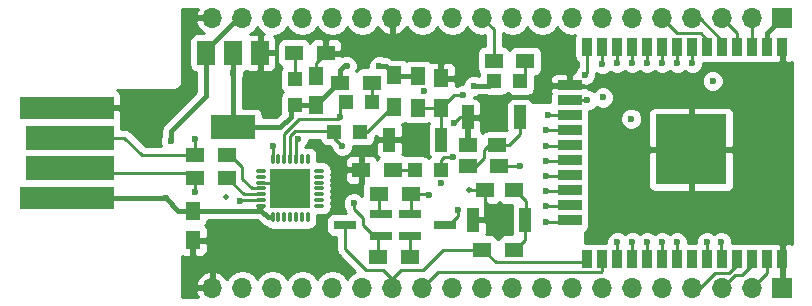
<source format=gbr>
G04 #@! TF.FileFunction,Copper,L1,Top,Signal*
%FSLAX46Y46*%
G04 Gerber Fmt 4.6, Leading zero omitted, Abs format (unit mm)*
G04 Created by KiCad (PCBNEW 4.0.4-stable) date 02/18/17 15:09:55*
%MOMM*%
%LPD*%
G01*
G04 APERTURE LIST*
%ADD10C,0.100000*%
%ADD11C,0.500000*%
%ADD12R,1.900000X0.800000*%
%ADD13R,1.000000X2.000000*%
%ADD14O,0.850000X0.300000*%
%ADD15O,0.300000X0.850000*%
%ADD16R,1.675000X1.675000*%
%ADD17R,1.250000X1.500000*%
%ADD18R,1.500000X1.250000*%
%ADD19R,1.200000X1.200000*%
%ADD20R,1.700000X1.700000*%
%ADD21O,1.700000X1.700000*%
%ADD22R,1.500000X1.300000*%
%ADD23R,1.300000X1.500000*%
%ADD24R,8.000000X1.900000*%
%ADD25R,7.500000X2.000000*%
%ADD26R,3.800000X2.000000*%
%ADD27R,1.500000X2.000000*%
%ADD28R,0.900000X1.500000*%
%ADD29R,2.000000X0.900000*%
%ADD30R,6.000000X6.000000*%
%ADD31C,0.600000*%
%ADD32C,0.381000*%
%ADD33C,0.254000*%
G04 APERTURE END LIST*
D10*
D11*
X149650000Y-95300000D03*
X116400000Y-103700000D03*
X110300000Y-97000000D03*
X108700000Y-97000000D03*
X108700000Y-95700000D03*
D12*
X129500000Y-107050000D03*
X129500000Y-105150000D03*
X126500000Y-106100000D03*
D11*
X137005000Y-103165000D03*
X123680000Y-106860000D03*
X155400000Y-104900000D03*
X157400000Y-104900000D03*
X159400000Y-104900000D03*
X161400000Y-104900000D03*
X163400000Y-106900000D03*
X163400000Y-104900000D03*
X163400000Y-102900000D03*
X163400000Y-100900000D03*
X163400000Y-98900000D03*
X163400000Y-96900000D03*
X151100000Y-99600000D03*
X115300000Y-107600000D03*
X114800000Y-109100000D03*
X119400000Y-94700000D03*
X157900000Y-101600000D03*
X155900000Y-101600000D03*
X153900000Y-101600000D03*
X157900000Y-99600000D03*
X155900000Y-99600000D03*
X153900000Y-99600000D03*
X157900000Y-97600000D03*
X155900000Y-97600000D03*
X153900000Y-97600000D03*
X128200000Y-92000000D03*
D13*
X130220000Y-98860000D03*
X134620000Y-98860000D03*
D14*
X119390000Y-101500000D03*
X119390000Y-102000000D03*
X119390000Y-102500000D03*
X119390000Y-103000000D03*
X119390000Y-103500000D03*
X119390000Y-104000000D03*
X119390000Y-104500000D03*
D15*
X120340000Y-105450000D03*
X120840000Y-105450000D03*
X121340000Y-105450000D03*
X121840000Y-105450000D03*
X122340000Y-105450000D03*
X122840000Y-105450000D03*
X123340000Y-105450000D03*
D14*
X124290000Y-104500000D03*
X124290000Y-104000000D03*
X124290000Y-103500000D03*
X124290000Y-103000000D03*
X124290000Y-102500000D03*
X124290000Y-102000000D03*
X124290000Y-101500000D03*
D15*
X123340000Y-100550000D03*
X122840000Y-100550000D03*
X122340000Y-100550000D03*
X121840000Y-100550000D03*
X121340000Y-100550000D03*
X120840000Y-100550000D03*
X120340000Y-100550000D03*
D16*
X122677500Y-103837500D03*
X122677500Y-102162500D03*
X121002500Y-103837500D03*
X121002500Y-102162500D03*
D11*
X121840000Y-103000000D03*
X122840000Y-103000000D03*
X121840000Y-104000000D03*
X122840000Y-104000000D03*
X122840000Y-102000000D03*
X121840000Y-102000000D03*
X120840000Y-102000000D03*
X120840000Y-103000000D03*
X120840000Y-104000000D03*
D17*
X124000000Y-95960000D03*
X124000000Y-93460000D03*
X113600000Y-104880000D03*
X113600000Y-107380000D03*
D18*
X139380000Y-99330000D03*
X136880000Y-99330000D03*
D17*
X134590000Y-96180000D03*
X134590000Y-93680000D03*
D19*
X122210000Y-95940000D03*
X122210000Y-93740000D03*
X128750000Y-95710000D03*
X126550000Y-95710000D03*
X127770000Y-98200000D03*
X125570000Y-98200000D03*
X139100000Y-93900000D03*
X141300000Y-93900000D03*
X134610000Y-101420000D03*
X132410000Y-101420000D03*
D20*
X163490000Y-88570000D03*
D21*
X160950000Y-88570000D03*
X158410000Y-88570000D03*
X155870000Y-88570000D03*
X153330000Y-88570000D03*
X150790000Y-88570000D03*
X148250000Y-88570000D03*
X145710000Y-88570000D03*
X143170000Y-88570000D03*
X140630000Y-88570000D03*
X138090000Y-88570000D03*
X135550000Y-88570000D03*
X133010000Y-88570000D03*
X130470000Y-88570000D03*
X127930000Y-88570000D03*
X125390000Y-88570000D03*
X122850000Y-88570000D03*
X120310000Y-88570000D03*
X117770000Y-88570000D03*
X115230000Y-88570000D03*
D20*
X163490000Y-111430000D03*
D21*
X160950000Y-111430000D03*
X158410000Y-111430000D03*
X155870000Y-111430000D03*
X153330000Y-111430000D03*
X150790000Y-111430000D03*
X148250000Y-111430000D03*
X145710000Y-111430000D03*
X143170000Y-111430000D03*
X140630000Y-111430000D03*
X138090000Y-111430000D03*
X135550000Y-111430000D03*
X133010000Y-111430000D03*
X130470000Y-111430000D03*
X127930000Y-111430000D03*
X125390000Y-111430000D03*
X122850000Y-111430000D03*
X120310000Y-111430000D03*
X117770000Y-111430000D03*
X115230000Y-111430000D03*
D12*
X131970000Y-105130000D03*
X131970000Y-107030000D03*
X134970000Y-106080000D03*
D22*
X129330000Y-103430000D03*
X132030000Y-103430000D03*
X131960000Y-108770000D03*
X129260000Y-108770000D03*
X116480000Y-100170000D03*
X113780000Y-100170000D03*
X122140000Y-91550000D03*
X124840000Y-91550000D03*
X116480000Y-102110000D03*
X113780000Y-102110000D03*
X141750000Y-92200000D03*
X139050000Y-92200000D03*
X126050000Y-94040000D03*
X128750000Y-94040000D03*
D23*
X130630000Y-93420000D03*
X130630000Y-96120000D03*
D22*
X130560000Y-101420000D03*
X127860000Y-101420000D03*
X139550000Y-101120000D03*
X136850000Y-101120000D03*
X138055000Y-108185000D03*
X140755000Y-108185000D03*
D23*
X132640000Y-93490000D03*
X132640000Y-96190000D03*
D24*
X102900000Y-103810000D03*
X102900000Y-96190000D03*
D25*
X103150000Y-98700000D03*
X103150000Y-101300000D03*
D26*
X116980000Y-97820000D03*
D27*
X116980000Y-91520000D03*
X114680000Y-91520000D03*
X119280000Y-91520000D03*
D18*
X140795000Y-103165000D03*
X138295000Y-103165000D03*
D13*
X136880000Y-96970000D03*
X141280000Y-96970000D03*
X137347000Y-105659000D03*
X141747000Y-105659000D03*
D28*
X163490000Y-109000000D03*
X162220000Y-109000000D03*
X160950000Y-109000000D03*
X159680000Y-109000000D03*
X158410000Y-109000000D03*
X157140000Y-109000000D03*
X155870000Y-109000000D03*
X154600000Y-109000000D03*
X153330000Y-109000000D03*
X152060000Y-109000000D03*
X150790000Y-109000000D03*
X149520000Y-109000000D03*
X148250000Y-109000000D03*
X146980000Y-109000000D03*
D29*
X145490000Y-105715000D03*
X145490000Y-104445000D03*
X145490000Y-103175000D03*
X145490000Y-101905000D03*
X145490000Y-100635000D03*
X145490000Y-99365000D03*
X145490000Y-98095000D03*
X145490000Y-96825000D03*
X145490000Y-95555000D03*
X145490000Y-94285000D03*
D28*
X146980000Y-91000000D03*
X148250000Y-91000000D03*
X149520000Y-91000000D03*
X150790000Y-91000000D03*
X152060000Y-91000000D03*
X153330000Y-91000000D03*
X154600000Y-91000000D03*
X155870000Y-91000000D03*
X157140000Y-91000000D03*
X158410000Y-91000000D03*
X159680000Y-91000000D03*
X160950000Y-91000000D03*
X162220000Y-91000000D03*
X163490000Y-91000000D03*
D30*
X155790000Y-99700000D03*
D11*
X110300000Y-95700000D03*
D31*
X111290000Y-103810000D03*
X111740000Y-98980000D03*
X135720000Y-97490000D03*
X117620000Y-104070000D03*
X126610000Y-92650000D03*
X129360000Y-92650000D03*
X137400000Y-94300000D03*
X116980000Y-93220000D03*
X157600000Y-93900000D03*
X141260000Y-101110000D03*
X136010000Y-104800000D03*
X148300000Y-95300000D03*
X133200000Y-94740002D03*
X136500000Y-95100000D03*
X158330000Y-107540000D03*
X126050000Y-96960000D03*
X126241384Y-99403063D03*
X135600001Y-100299999D03*
X155880000Y-92350000D03*
X148270000Y-92443053D03*
X147000000Y-95550000D03*
X143480000Y-104490000D03*
X146800000Y-93400000D03*
X154610000Y-92360000D03*
X153330000Y-92370000D03*
X152060000Y-92380000D03*
X150790000Y-92380000D03*
X149520000Y-92370000D03*
X143627010Y-96772990D03*
X143480000Y-98080000D03*
X143480000Y-99380000D03*
X157105655Y-107540000D03*
X154570000Y-107540000D03*
X153330000Y-107540000D03*
X152060000Y-107540000D03*
X150810000Y-107540000D03*
X149530000Y-107540000D03*
X143480000Y-105846040D03*
X143480000Y-103240000D03*
X143480000Y-101922067D03*
X143480000Y-100640000D03*
X127210000Y-104260000D03*
X120360000Y-99430000D03*
X133591636Y-103548364D03*
X122487000Y-98802990D03*
X113780000Y-98830000D03*
X113780000Y-103280000D03*
X134640000Y-102545311D03*
X150700000Y-97100000D03*
X150700000Y-97100000D03*
D32*
X114680000Y-91520000D02*
X114680000Y-95190000D01*
X114680000Y-95190000D02*
X111740000Y-98130000D01*
X111740000Y-98130000D02*
X111740000Y-98980000D01*
X102900000Y-103810000D02*
X111290000Y-103810000D01*
X114680000Y-91520000D02*
X114680000Y-91270000D01*
X114680000Y-91270000D02*
X117380000Y-88570000D01*
X117380000Y-88570000D02*
X117770000Y-88570000D01*
X117760000Y-88570000D02*
X117770000Y-88570000D01*
X119360000Y-104880000D02*
X119930000Y-105450000D01*
X119050510Y-104880000D02*
X119360000Y-104880000D01*
X119930000Y-105450000D02*
X120299490Y-105450000D01*
X113600000Y-104880000D02*
X119050510Y-104880000D01*
X119050510Y-104880000D02*
X119386644Y-104543866D01*
X111290000Y-103810000D02*
X112360000Y-104880000D01*
X112360000Y-104880000D02*
X113600000Y-104880000D01*
X119386644Y-104543866D02*
X119390000Y-104540510D01*
D33*
X124000000Y-93460000D02*
X124000000Y-92390000D01*
X124000000Y-92390000D02*
X124840000Y-91550000D01*
X136880000Y-96970000D02*
X136240000Y-96970000D01*
X136240000Y-96970000D02*
X135720000Y-97490000D01*
X146749000Y-94290000D02*
X148920000Y-94290000D01*
X145490000Y-94285000D02*
X146744000Y-94285000D01*
X146744000Y-94285000D02*
X146749000Y-94290000D01*
X124000000Y-93460000D02*
X124040000Y-93460000D01*
X137141776Y-103165000D02*
X137054011Y-103077235D01*
X138295000Y-103165000D02*
X137141776Y-103165000D01*
X120840000Y-102000000D02*
X122840000Y-102000000D01*
X119390000Y-102500000D02*
X120340000Y-102500000D01*
X120340000Y-102500000D02*
X120840000Y-102000000D01*
X113600000Y-107380000D02*
X113600000Y-109800000D01*
X137347000Y-105659000D02*
X138101000Y-105659000D01*
X138101000Y-105659000D02*
X138295000Y-105465000D01*
X138295000Y-105465000D02*
X138295000Y-104044000D01*
X138295000Y-104044000D02*
X138295000Y-103165000D01*
X137005000Y-103165000D02*
X136980000Y-103190000D01*
X124000000Y-93460000D02*
X124000000Y-93340000D01*
X145490000Y-94285000D02*
X145490000Y-93581000D01*
X145490000Y-93581000D02*
X145129000Y-93220000D01*
X163490000Y-111430000D02*
X163490000Y-109000000D01*
X117690000Y-104000000D02*
X117620000Y-104070000D01*
X119390000Y-104000000D02*
X117690000Y-104000000D01*
D32*
X126409000Y-92650000D02*
X126610000Y-92650000D01*
X126050000Y-94040000D02*
X126050000Y-93009000D01*
X126050000Y-93009000D02*
X126409000Y-92650000D01*
X126050000Y-94040000D02*
X125920000Y-94040000D01*
X125920000Y-94040000D02*
X124000000Y-95960000D01*
X129960000Y-92650000D02*
X129360000Y-92650000D01*
X130630000Y-93420000D02*
X130630000Y-93320000D01*
X130630000Y-93320000D02*
X129960000Y-92650000D01*
X121910000Y-96920000D02*
X121910000Y-96240000D01*
X121910000Y-96240000D02*
X122210000Y-95940000D01*
X122210000Y-95940000D02*
X123980000Y-95940000D01*
X121010000Y-97820000D02*
X121910000Y-96920000D01*
X123980000Y-95940000D02*
X124000000Y-95960000D01*
X137400000Y-94300000D02*
X138700000Y-94300000D01*
X138700000Y-94300000D02*
X139100000Y-93900000D01*
X116980000Y-93220000D02*
X116980000Y-97820000D01*
X116980000Y-92901000D02*
X116980000Y-93220000D01*
X116980000Y-91520000D02*
X116980000Y-92901000D01*
X116980000Y-97820000D02*
X121010000Y-97820000D01*
X132640000Y-93490000D02*
X130700000Y-93490000D01*
X162220000Y-91000000D02*
X162220000Y-89840000D01*
X162220000Y-89840000D02*
X163490000Y-88570000D01*
D33*
X141260000Y-101110000D02*
X139560000Y-101110000D01*
X139560000Y-101110000D02*
X139550000Y-101120000D01*
X136010000Y-105320000D02*
X136010000Y-104800000D01*
X135250000Y-106080000D02*
X136010000Y-105320000D01*
X134970000Y-106080000D02*
X135250000Y-106080000D01*
X160950000Y-91000000D02*
X160950000Y-88570000D01*
X134590000Y-96180000D02*
X135670000Y-95100000D01*
X135670000Y-95100000D02*
X136500000Y-95100000D01*
X156600000Y-89860000D02*
X154620000Y-89860000D01*
X154620000Y-89860000D02*
X153330000Y-88570000D01*
X157140000Y-90400000D02*
X156600000Y-89860000D01*
X157140000Y-91000000D02*
X157140000Y-90400000D01*
X134620000Y-98860000D02*
X134620000Y-96210000D01*
X134620000Y-96210000D02*
X134590000Y-96180000D01*
X134830000Y-96420000D02*
X134590000Y-96180000D01*
X134590000Y-96180000D02*
X132650000Y-96180000D01*
X132650000Y-96180000D02*
X132640000Y-96190000D01*
X134470000Y-96300000D02*
X134590000Y-96180000D01*
X122210000Y-93740000D02*
X122210000Y-91620000D01*
X122210000Y-91620000D02*
X122140000Y-91550000D01*
X122150000Y-93680000D02*
X122210000Y-93740000D01*
X128750000Y-94040000D02*
X128750000Y-95710000D01*
X126050000Y-96960000D02*
X126050000Y-96210000D01*
X126050000Y-96210000D02*
X126550000Y-95710000D01*
X126060000Y-96950000D02*
X126050000Y-96960000D01*
X121340000Y-100550000D02*
X121340000Y-98379958D01*
X121340000Y-98379958D02*
X122599958Y-97120000D01*
X122599958Y-97120000D02*
X125890000Y-97120000D01*
X125910000Y-97100000D02*
X126050000Y-96960000D01*
X125890000Y-97120000D02*
X125910000Y-97100000D01*
X158330000Y-107540000D02*
X158330000Y-108920000D01*
X158330000Y-108920000D02*
X158410000Y-109000000D01*
X130630000Y-96120000D02*
X130430000Y-96120000D01*
X130430000Y-96120000D02*
X128350000Y-98200000D01*
X128350000Y-98200000D02*
X127770000Y-98200000D01*
X121840000Y-100550000D02*
X121840000Y-98522026D01*
X121840000Y-98522026D02*
X122262026Y-98100000D01*
X122262026Y-98100000D02*
X125470000Y-98100000D01*
X125470000Y-98100000D02*
X125570000Y-98200000D01*
X125570000Y-98200000D02*
X125570000Y-98731679D01*
X125570000Y-98731679D02*
X126241384Y-99403063D01*
X159680000Y-109000000D02*
X159680000Y-109477001D01*
X159680000Y-109477001D02*
X158997001Y-110160000D01*
X158997001Y-110160000D02*
X157840000Y-110160000D01*
X157840000Y-110160000D02*
X156570000Y-111430000D01*
X156570000Y-111430000D02*
X155870000Y-111430000D01*
X141750000Y-92200000D02*
X141750000Y-93450000D01*
X141750000Y-93450000D02*
X141300000Y-93900000D01*
X155880000Y-91010000D02*
X155880000Y-92350000D01*
X134876001Y-100299999D02*
X135600001Y-100299999D01*
X134610000Y-101420000D02*
X134610000Y-100566000D01*
X134610000Y-100566000D02*
X134876001Y-100299999D01*
X155870000Y-91000000D02*
X155880000Y-91010000D01*
X130560000Y-101420000D02*
X132410000Y-101420000D01*
X148250000Y-91000000D02*
X148250000Y-92423053D01*
X148250000Y-92423053D02*
X148270000Y-92443053D01*
X147000000Y-95550000D02*
X145495000Y-95550000D01*
X145495000Y-95550000D02*
X145490000Y-95555000D01*
X143480000Y-104490000D02*
X145445000Y-104490000D01*
X145445000Y-104490000D02*
X145490000Y-104445000D01*
X146980000Y-93220000D02*
X146800000Y-93400000D01*
X146980000Y-91000000D02*
X146980000Y-93220000D01*
X159680000Y-91000000D02*
X159680000Y-89840000D01*
X159680000Y-89840000D02*
X158410000Y-88570000D01*
X158410000Y-91000000D02*
X158410000Y-90481398D01*
X158410000Y-90481398D02*
X156498602Y-88570000D01*
X156498602Y-88570000D02*
X155870000Y-88570000D01*
X154610000Y-91010000D02*
X154610000Y-92360000D01*
X154600000Y-91000000D02*
X154610000Y-91010000D01*
X153330000Y-91000000D02*
X153330000Y-92370000D01*
X152060000Y-91000000D02*
X152060000Y-92380000D01*
X150790000Y-91000000D02*
X150790000Y-92380000D01*
X139050000Y-92200000D02*
X139050000Y-89530000D01*
X139050000Y-89530000D02*
X138090000Y-88570000D01*
X149520000Y-91000000D02*
X149520000Y-92370000D01*
X145490000Y-96825000D02*
X143679020Y-96825000D01*
X143679020Y-96825000D02*
X143627010Y-96772990D01*
X143480000Y-98080000D02*
X145475000Y-98080000D01*
X145475000Y-98080000D02*
X145490000Y-98095000D01*
X143480000Y-99380000D02*
X145475000Y-99380000D01*
X145475000Y-99380000D02*
X145490000Y-99365000D01*
X160950000Y-111430000D02*
X162220000Y-110160000D01*
X162220000Y-110160000D02*
X162220000Y-109000000D01*
X158410000Y-111430000D02*
X159490000Y-110350000D01*
X160950000Y-109518602D02*
X160950000Y-109000000D01*
X159490000Y-110350000D02*
X160118602Y-110350000D01*
X160118602Y-110350000D02*
X160950000Y-109518602D01*
X157105655Y-107540000D02*
X157105655Y-108965655D01*
X157105655Y-108965655D02*
X157140000Y-109000000D01*
X154570000Y-107540000D02*
X154570000Y-108970000D01*
X154570000Y-108970000D02*
X154600000Y-109000000D01*
X153330000Y-107540000D02*
X153330000Y-109000000D01*
X152060000Y-107540000D02*
X152060000Y-109000000D01*
X150810000Y-107540000D02*
X150810000Y-108980000D01*
X150810000Y-108980000D02*
X150790000Y-109000000D01*
X149530000Y-107540000D02*
X149530000Y-108990000D01*
X149530000Y-108990000D02*
X149520000Y-109000000D01*
X148250000Y-109000000D02*
X148250000Y-110004000D01*
X148250000Y-110004000D02*
X148144000Y-110110000D01*
X148144000Y-110110000D02*
X134330000Y-110110000D01*
X134330000Y-110110000D02*
X133010000Y-111430000D01*
X130470000Y-111430000D02*
X130470000Y-110670000D01*
X130470000Y-110670000D02*
X129700000Y-109900000D01*
X129700000Y-109900000D02*
X128260000Y-109900000D01*
X126500000Y-108140000D02*
X126500000Y-106100000D01*
X128260000Y-109900000D02*
X126500000Y-108140000D01*
X146980000Y-109000000D02*
X146730000Y-109250000D01*
X146730000Y-109250000D02*
X139220000Y-109250000D01*
X139220000Y-109250000D02*
X138155000Y-108185000D01*
X138155000Y-108185000D02*
X138055000Y-108185000D01*
X130470000Y-111430000D02*
X130470000Y-110640000D01*
X130470000Y-110640000D02*
X131220000Y-109890000D01*
X131220000Y-109890000D02*
X133070000Y-109890000D01*
X133070000Y-109890000D02*
X134775000Y-108185000D01*
X134775000Y-108185000D02*
X138055000Y-108185000D01*
X138055000Y-108185000D02*
X137955000Y-108185000D01*
X137955000Y-108185000D02*
X137940000Y-108170000D01*
X143480000Y-105846040D02*
X145358960Y-105846040D01*
X145358960Y-105846040D02*
X145490000Y-105715000D01*
X143480000Y-103240000D02*
X145425000Y-103240000D01*
X145425000Y-103240000D02*
X145490000Y-103175000D01*
X143480000Y-101922067D02*
X145472933Y-101922067D01*
X145472933Y-101922067D02*
X145490000Y-101905000D01*
X143497067Y-101905000D02*
X143480000Y-101922067D01*
X143480000Y-100640000D02*
X145485000Y-100640000D01*
X145485000Y-100640000D02*
X145490000Y-100635000D01*
X129420000Y-108610000D02*
X129260000Y-108770000D01*
X127210000Y-104260000D02*
X127210000Y-104710000D01*
X127210000Y-104710000D02*
X128000000Y-105500000D01*
X128000000Y-105500000D02*
X128000000Y-106100000D01*
X128000000Y-106100000D02*
X128950000Y-107050000D01*
X128950000Y-107050000D02*
X129500000Y-107050000D01*
X129260000Y-108770000D02*
X129260000Y-107290000D01*
X129260000Y-107290000D02*
X129500000Y-107050000D01*
X127210000Y-104260000D02*
X127190000Y-104240000D01*
X127190000Y-104240000D02*
X127210000Y-104240000D01*
X120360000Y-99851000D02*
X120360000Y-99430000D01*
X120340000Y-100550000D02*
X120340000Y-99871000D01*
X120340000Y-99871000D02*
X120360000Y-99851000D01*
X129100000Y-103660000D02*
X129330000Y-103430000D01*
X129330000Y-103430000D02*
X129330000Y-104980000D01*
X129330000Y-104980000D02*
X129500000Y-105150000D01*
X133473272Y-103430000D02*
X133591636Y-103548364D01*
X132030000Y-103430000D02*
X133473272Y-103430000D01*
X122340000Y-100550000D02*
X122340000Y-98949990D01*
X122340000Y-98949990D02*
X122487000Y-98802990D01*
X132030000Y-103430000D02*
X132030000Y-105070000D01*
X132030000Y-105070000D02*
X131970000Y-105130000D01*
X131970000Y-107030000D02*
X131970000Y-108760000D01*
X131970000Y-108760000D02*
X131960000Y-108770000D01*
X116480000Y-100170000D02*
X116720000Y-100170000D01*
X116720000Y-100170000D02*
X117760000Y-101210000D01*
X117760000Y-101210000D02*
X117760000Y-102160000D01*
X117760000Y-102160000D02*
X118600000Y-103000000D01*
X118600000Y-103000000D02*
X119390000Y-103000000D01*
X113780000Y-100170000D02*
X109270000Y-100170000D01*
X109270000Y-100170000D02*
X107800000Y-98700000D01*
X107800000Y-98700000D02*
X103150000Y-98700000D01*
X113780000Y-100170000D02*
X113780000Y-98830000D01*
X103150000Y-101300000D02*
X103550000Y-101700000D01*
X103550000Y-101700000D02*
X113370000Y-101700000D01*
X113370000Y-101700000D02*
X113780000Y-102110000D01*
X113780000Y-102110000D02*
X113780000Y-103280000D01*
X113780000Y-102110000D02*
X113380000Y-101710000D01*
X116480000Y-102110000D02*
X116510000Y-102110000D01*
X116510000Y-102110000D02*
X117900000Y-103500000D01*
X117900000Y-103500000D02*
X119390000Y-103500000D01*
X139360000Y-99330000D02*
X140364000Y-99330000D01*
X141280000Y-98224000D02*
X141280000Y-96970000D01*
X140364000Y-99330000D02*
X141280000Y-98414000D01*
X141280000Y-98414000D02*
X141280000Y-98224000D01*
X136850000Y-101120000D02*
X137580000Y-101120000D01*
X137580000Y-101120000D02*
X138260000Y-100440000D01*
X138260000Y-100440000D02*
X138260000Y-99740000D01*
X138260000Y-99740000D02*
X138670000Y-99330000D01*
X138670000Y-99330000D02*
X139360000Y-99330000D01*
X140905000Y-108185000D02*
X141747000Y-107343000D01*
X141747000Y-107343000D02*
X141747000Y-105659000D01*
X140755000Y-108185000D02*
X140905000Y-108185000D01*
X141747000Y-105659000D02*
X141799000Y-105607000D01*
X141799000Y-105607000D02*
X141799000Y-104069000D01*
X141799000Y-104069000D02*
X140895000Y-103165000D01*
X140895000Y-103165000D02*
X140795000Y-103165000D01*
G36*
X131738110Y-97536431D02*
X131990000Y-97587440D01*
X133290000Y-97587440D01*
X133525317Y-97543162D01*
X133601396Y-97494207D01*
X133523569Y-97608110D01*
X133472560Y-97860000D01*
X133472560Y-99860000D01*
X133516838Y-100095317D01*
X133647639Y-100298588D01*
X133558559Y-100355910D01*
X133510866Y-100425711D01*
X133474090Y-100368559D01*
X133261890Y-100223569D01*
X133010000Y-100172560D01*
X131810000Y-100172560D01*
X131614305Y-100209383D01*
X131561890Y-100173569D01*
X131310000Y-100122560D01*
X131298563Y-100122560D01*
X131355000Y-99986310D01*
X131355000Y-99145750D01*
X131196250Y-98987000D01*
X130347000Y-98987000D01*
X130347000Y-99007000D01*
X130093000Y-99007000D01*
X130093000Y-98987000D01*
X129243750Y-98987000D01*
X129085000Y-99145750D01*
X129085000Y-99986310D01*
X129181673Y-100219699D01*
X129321753Y-100359778D01*
X129213569Y-100518110D01*
X129206809Y-100551490D01*
X129148327Y-100410301D01*
X128969698Y-100231673D01*
X128736309Y-100135000D01*
X128145750Y-100135000D01*
X127987000Y-100293750D01*
X127987000Y-101293000D01*
X128007000Y-101293000D01*
X128007000Y-101547000D01*
X127987000Y-101547000D01*
X127987000Y-102523089D01*
X127983569Y-102528110D01*
X127932560Y-102780000D01*
X127932560Y-103660377D01*
X127740327Y-103467808D01*
X127396799Y-103325162D01*
X127024833Y-103324838D01*
X126681057Y-103466883D01*
X126417808Y-103729673D01*
X126275162Y-104073201D01*
X126274838Y-104445167D01*
X126416883Y-104788943D01*
X126475354Y-104847516D01*
X126506004Y-105001605D01*
X126540051Y-105052560D01*
X125550000Y-105052560D01*
X125314683Y-105096838D01*
X125098559Y-105235910D01*
X124953569Y-105448110D01*
X124902560Y-105700000D01*
X124902560Y-106500000D01*
X124946838Y-106735317D01*
X125085910Y-106951441D01*
X125298110Y-107096431D01*
X125550000Y-107147440D01*
X125738000Y-107147440D01*
X125738000Y-108140000D01*
X125796004Y-108431605D01*
X125915204Y-108610000D01*
X125961185Y-108678815D01*
X127331503Y-110049133D01*
X126879946Y-110350853D01*
X126660000Y-110680026D01*
X126440054Y-110350853D01*
X125958285Y-110028946D01*
X125390000Y-109915907D01*
X124821715Y-110028946D01*
X124339946Y-110350853D01*
X124120000Y-110680026D01*
X123900054Y-110350853D01*
X123418285Y-110028946D01*
X122850000Y-109915907D01*
X122281715Y-110028946D01*
X121799946Y-110350853D01*
X121580000Y-110680026D01*
X121360054Y-110350853D01*
X120878285Y-110028946D01*
X120310000Y-109915907D01*
X119741715Y-110028946D01*
X119259946Y-110350853D01*
X119040000Y-110680026D01*
X118820054Y-110350853D01*
X118338285Y-110028946D01*
X117770000Y-109915907D01*
X117201715Y-110028946D01*
X116719946Y-110350853D01*
X116492298Y-110691553D01*
X116425183Y-110548642D01*
X115996924Y-110158355D01*
X115586890Y-109988524D01*
X115357000Y-110109845D01*
X115357000Y-111303000D01*
X115377000Y-111303000D01*
X115377000Y-111557000D01*
X115357000Y-111557000D01*
X115357000Y-111577000D01*
X115103000Y-111577000D01*
X115103000Y-111557000D01*
X113909181Y-111557000D01*
X113788514Y-111786892D01*
X113987217Y-112210000D01*
X112710000Y-112210000D01*
X112710000Y-111073108D01*
X113788514Y-111073108D01*
X113909181Y-111303000D01*
X115103000Y-111303000D01*
X115103000Y-110109845D01*
X114873110Y-109988524D01*
X114463076Y-110158355D01*
X114034817Y-110548642D01*
X113788514Y-111073108D01*
X112710000Y-111073108D01*
X112710000Y-108707553D01*
X112848690Y-108765000D01*
X113314250Y-108765000D01*
X113473000Y-108606250D01*
X113473000Y-107507000D01*
X113727000Y-107507000D01*
X113727000Y-108606250D01*
X113885750Y-108765000D01*
X114351310Y-108765000D01*
X114584699Y-108668327D01*
X114763327Y-108489698D01*
X114860000Y-108256309D01*
X114860000Y-107665750D01*
X114701250Y-107507000D01*
X113727000Y-107507000D01*
X113473000Y-107507000D01*
X113453000Y-107507000D01*
X113453000Y-107253000D01*
X113473000Y-107253000D01*
X113473000Y-107233000D01*
X113727000Y-107233000D01*
X113727000Y-107253000D01*
X114701250Y-107253000D01*
X114860000Y-107094250D01*
X114860000Y-106503691D01*
X114763327Y-106270302D01*
X114622090Y-106129064D01*
X114676441Y-106094090D01*
X114821431Y-105881890D01*
X114857151Y-105705500D01*
X119018066Y-105705500D01*
X119346281Y-106033714D01*
X119346283Y-106033717D01*
X119530890Y-106157067D01*
X119614095Y-106212663D01*
X119743152Y-106238334D01*
X119784921Y-106300846D01*
X120039594Y-106471012D01*
X120340000Y-106530767D01*
X120590000Y-106481038D01*
X120840000Y-106530767D01*
X121090000Y-106481038D01*
X121340000Y-106530767D01*
X121590000Y-106481038D01*
X121840000Y-106530767D01*
X122090000Y-106481038D01*
X122340000Y-106530767D01*
X122590000Y-106481038D01*
X122840000Y-106530767D01*
X123090000Y-106481038D01*
X123340000Y-106530767D01*
X123640406Y-106471012D01*
X123895079Y-106300846D01*
X124065245Y-106046173D01*
X124125000Y-105745767D01*
X124125000Y-105285000D01*
X124585767Y-105285000D01*
X124886173Y-105225245D01*
X125140846Y-105055079D01*
X125311012Y-104800406D01*
X125370767Y-104500000D01*
X125321038Y-104250000D01*
X125370767Y-104000000D01*
X125321038Y-103750000D01*
X125370767Y-103500000D01*
X125321038Y-103250000D01*
X125370767Y-103000000D01*
X125321038Y-102750000D01*
X125370767Y-102500000D01*
X125321038Y-102250000D01*
X125370767Y-102000000D01*
X125321038Y-101750000D01*
X125329840Y-101705750D01*
X126475000Y-101705750D01*
X126475000Y-102196310D01*
X126571673Y-102429699D01*
X126750302Y-102608327D01*
X126983691Y-102705000D01*
X127574250Y-102705000D01*
X127733000Y-102546250D01*
X127733000Y-101547000D01*
X126633750Y-101547000D01*
X126475000Y-101705750D01*
X125329840Y-101705750D01*
X125370767Y-101500000D01*
X125311012Y-101199594D01*
X125140846Y-100944921D01*
X124886173Y-100774755D01*
X124585767Y-100715000D01*
X124125000Y-100715000D01*
X124125000Y-100643690D01*
X126475000Y-100643690D01*
X126475000Y-101134250D01*
X126633750Y-101293000D01*
X127733000Y-101293000D01*
X127733000Y-100293750D01*
X127574250Y-100135000D01*
X126983691Y-100135000D01*
X126750302Y-100231673D01*
X126571673Y-100410301D01*
X126475000Y-100643690D01*
X124125000Y-100643690D01*
X124125000Y-100254233D01*
X124065245Y-99953827D01*
X123895079Y-99699154D01*
X123640406Y-99528988D01*
X123340000Y-99469233D01*
X123102000Y-99516575D01*
X123102000Y-99510200D01*
X123279192Y-99333317D01*
X123421838Y-98989789D01*
X123421949Y-98862000D01*
X124334226Y-98862000D01*
X124366838Y-99035317D01*
X124505910Y-99251441D01*
X124718110Y-99396431D01*
X124970000Y-99447440D01*
X125208131Y-99447440D01*
X125306259Y-99545569D01*
X125306222Y-99588230D01*
X125448267Y-99932006D01*
X125711057Y-100195255D01*
X126054585Y-100337901D01*
X126426551Y-100338225D01*
X126770327Y-100196180D01*
X127033576Y-99933390D01*
X127176222Y-99589862D01*
X127176346Y-99447440D01*
X128370000Y-99447440D01*
X128605317Y-99403162D01*
X128821441Y-99264090D01*
X128966431Y-99051890D01*
X129017440Y-98800000D01*
X129017440Y-98610190D01*
X129085000Y-98542630D01*
X129085000Y-98574250D01*
X129243750Y-98733000D01*
X130093000Y-98733000D01*
X130093000Y-98713000D01*
X130347000Y-98713000D01*
X130347000Y-98733000D01*
X131196250Y-98733000D01*
X131355000Y-98574250D01*
X131355000Y-97733690D01*
X131265426Y-97517440D01*
X131280000Y-97517440D01*
X131515317Y-97473162D01*
X131582367Y-97430016D01*
X131738110Y-97536431D01*
X131738110Y-97536431D01*
G37*
X131738110Y-97536431D02*
X131990000Y-97587440D01*
X133290000Y-97587440D01*
X133525317Y-97543162D01*
X133601396Y-97494207D01*
X133523569Y-97608110D01*
X133472560Y-97860000D01*
X133472560Y-99860000D01*
X133516838Y-100095317D01*
X133647639Y-100298588D01*
X133558559Y-100355910D01*
X133510866Y-100425711D01*
X133474090Y-100368559D01*
X133261890Y-100223569D01*
X133010000Y-100172560D01*
X131810000Y-100172560D01*
X131614305Y-100209383D01*
X131561890Y-100173569D01*
X131310000Y-100122560D01*
X131298563Y-100122560D01*
X131355000Y-99986310D01*
X131355000Y-99145750D01*
X131196250Y-98987000D01*
X130347000Y-98987000D01*
X130347000Y-99007000D01*
X130093000Y-99007000D01*
X130093000Y-98987000D01*
X129243750Y-98987000D01*
X129085000Y-99145750D01*
X129085000Y-99986310D01*
X129181673Y-100219699D01*
X129321753Y-100359778D01*
X129213569Y-100518110D01*
X129206809Y-100551490D01*
X129148327Y-100410301D01*
X128969698Y-100231673D01*
X128736309Y-100135000D01*
X128145750Y-100135000D01*
X127987000Y-100293750D01*
X127987000Y-101293000D01*
X128007000Y-101293000D01*
X128007000Y-101547000D01*
X127987000Y-101547000D01*
X127987000Y-102523089D01*
X127983569Y-102528110D01*
X127932560Y-102780000D01*
X127932560Y-103660377D01*
X127740327Y-103467808D01*
X127396799Y-103325162D01*
X127024833Y-103324838D01*
X126681057Y-103466883D01*
X126417808Y-103729673D01*
X126275162Y-104073201D01*
X126274838Y-104445167D01*
X126416883Y-104788943D01*
X126475354Y-104847516D01*
X126506004Y-105001605D01*
X126540051Y-105052560D01*
X125550000Y-105052560D01*
X125314683Y-105096838D01*
X125098559Y-105235910D01*
X124953569Y-105448110D01*
X124902560Y-105700000D01*
X124902560Y-106500000D01*
X124946838Y-106735317D01*
X125085910Y-106951441D01*
X125298110Y-107096431D01*
X125550000Y-107147440D01*
X125738000Y-107147440D01*
X125738000Y-108140000D01*
X125796004Y-108431605D01*
X125915204Y-108610000D01*
X125961185Y-108678815D01*
X127331503Y-110049133D01*
X126879946Y-110350853D01*
X126660000Y-110680026D01*
X126440054Y-110350853D01*
X125958285Y-110028946D01*
X125390000Y-109915907D01*
X124821715Y-110028946D01*
X124339946Y-110350853D01*
X124120000Y-110680026D01*
X123900054Y-110350853D01*
X123418285Y-110028946D01*
X122850000Y-109915907D01*
X122281715Y-110028946D01*
X121799946Y-110350853D01*
X121580000Y-110680026D01*
X121360054Y-110350853D01*
X120878285Y-110028946D01*
X120310000Y-109915907D01*
X119741715Y-110028946D01*
X119259946Y-110350853D01*
X119040000Y-110680026D01*
X118820054Y-110350853D01*
X118338285Y-110028946D01*
X117770000Y-109915907D01*
X117201715Y-110028946D01*
X116719946Y-110350853D01*
X116492298Y-110691553D01*
X116425183Y-110548642D01*
X115996924Y-110158355D01*
X115586890Y-109988524D01*
X115357000Y-110109845D01*
X115357000Y-111303000D01*
X115377000Y-111303000D01*
X115377000Y-111557000D01*
X115357000Y-111557000D01*
X115357000Y-111577000D01*
X115103000Y-111577000D01*
X115103000Y-111557000D01*
X113909181Y-111557000D01*
X113788514Y-111786892D01*
X113987217Y-112210000D01*
X112710000Y-112210000D01*
X112710000Y-111073108D01*
X113788514Y-111073108D01*
X113909181Y-111303000D01*
X115103000Y-111303000D01*
X115103000Y-110109845D01*
X114873110Y-109988524D01*
X114463076Y-110158355D01*
X114034817Y-110548642D01*
X113788514Y-111073108D01*
X112710000Y-111073108D01*
X112710000Y-108707553D01*
X112848690Y-108765000D01*
X113314250Y-108765000D01*
X113473000Y-108606250D01*
X113473000Y-107507000D01*
X113727000Y-107507000D01*
X113727000Y-108606250D01*
X113885750Y-108765000D01*
X114351310Y-108765000D01*
X114584699Y-108668327D01*
X114763327Y-108489698D01*
X114860000Y-108256309D01*
X114860000Y-107665750D01*
X114701250Y-107507000D01*
X113727000Y-107507000D01*
X113473000Y-107507000D01*
X113453000Y-107507000D01*
X113453000Y-107253000D01*
X113473000Y-107253000D01*
X113473000Y-107233000D01*
X113727000Y-107233000D01*
X113727000Y-107253000D01*
X114701250Y-107253000D01*
X114860000Y-107094250D01*
X114860000Y-106503691D01*
X114763327Y-106270302D01*
X114622090Y-106129064D01*
X114676441Y-106094090D01*
X114821431Y-105881890D01*
X114857151Y-105705500D01*
X119018066Y-105705500D01*
X119346281Y-106033714D01*
X119346283Y-106033717D01*
X119530890Y-106157067D01*
X119614095Y-106212663D01*
X119743152Y-106238334D01*
X119784921Y-106300846D01*
X120039594Y-106471012D01*
X120340000Y-106530767D01*
X120590000Y-106481038D01*
X120840000Y-106530767D01*
X121090000Y-106481038D01*
X121340000Y-106530767D01*
X121590000Y-106481038D01*
X121840000Y-106530767D01*
X122090000Y-106481038D01*
X122340000Y-106530767D01*
X122590000Y-106481038D01*
X122840000Y-106530767D01*
X123090000Y-106481038D01*
X123340000Y-106530767D01*
X123640406Y-106471012D01*
X123895079Y-106300846D01*
X124065245Y-106046173D01*
X124125000Y-105745767D01*
X124125000Y-105285000D01*
X124585767Y-105285000D01*
X124886173Y-105225245D01*
X125140846Y-105055079D01*
X125311012Y-104800406D01*
X125370767Y-104500000D01*
X125321038Y-104250000D01*
X125370767Y-104000000D01*
X125321038Y-103750000D01*
X125370767Y-103500000D01*
X125321038Y-103250000D01*
X125370767Y-103000000D01*
X125321038Y-102750000D01*
X125370767Y-102500000D01*
X125321038Y-102250000D01*
X125370767Y-102000000D01*
X125321038Y-101750000D01*
X125329840Y-101705750D01*
X126475000Y-101705750D01*
X126475000Y-102196310D01*
X126571673Y-102429699D01*
X126750302Y-102608327D01*
X126983691Y-102705000D01*
X127574250Y-102705000D01*
X127733000Y-102546250D01*
X127733000Y-101547000D01*
X126633750Y-101547000D01*
X126475000Y-101705750D01*
X125329840Y-101705750D01*
X125370767Y-101500000D01*
X125311012Y-101199594D01*
X125140846Y-100944921D01*
X124886173Y-100774755D01*
X124585767Y-100715000D01*
X124125000Y-100715000D01*
X124125000Y-100643690D01*
X126475000Y-100643690D01*
X126475000Y-101134250D01*
X126633750Y-101293000D01*
X127733000Y-101293000D01*
X127733000Y-100293750D01*
X127574250Y-100135000D01*
X126983691Y-100135000D01*
X126750302Y-100231673D01*
X126571673Y-100410301D01*
X126475000Y-100643690D01*
X124125000Y-100643690D01*
X124125000Y-100254233D01*
X124065245Y-99953827D01*
X123895079Y-99699154D01*
X123640406Y-99528988D01*
X123340000Y-99469233D01*
X123102000Y-99516575D01*
X123102000Y-99510200D01*
X123279192Y-99333317D01*
X123421838Y-98989789D01*
X123421949Y-98862000D01*
X124334226Y-98862000D01*
X124366838Y-99035317D01*
X124505910Y-99251441D01*
X124718110Y-99396431D01*
X124970000Y-99447440D01*
X125208131Y-99447440D01*
X125306259Y-99545569D01*
X125306222Y-99588230D01*
X125448267Y-99932006D01*
X125711057Y-100195255D01*
X126054585Y-100337901D01*
X126426551Y-100338225D01*
X126770327Y-100196180D01*
X127033576Y-99933390D01*
X127176222Y-99589862D01*
X127176346Y-99447440D01*
X128370000Y-99447440D01*
X128605317Y-99403162D01*
X128821441Y-99264090D01*
X128966431Y-99051890D01*
X129017440Y-98800000D01*
X129017440Y-98610190D01*
X129085000Y-98542630D01*
X129085000Y-98574250D01*
X129243750Y-98733000D01*
X130093000Y-98733000D01*
X130093000Y-98713000D01*
X130347000Y-98713000D01*
X130347000Y-98733000D01*
X131196250Y-98733000D01*
X131355000Y-98574250D01*
X131355000Y-97733690D01*
X131265426Y-97517440D01*
X131280000Y-97517440D01*
X131515317Y-97473162D01*
X131582367Y-97430016D01*
X131738110Y-97536431D01*
G36*
X144659946Y-89649147D02*
X145141715Y-89971054D01*
X145710000Y-90084093D01*
X145924810Y-90041365D01*
X145882560Y-90250000D01*
X145882560Y-91750000D01*
X145926838Y-91985317D01*
X146065910Y-92201441D01*
X146218000Y-92305360D01*
X146218000Y-92659847D01*
X146007808Y-92869673D01*
X145870644Y-93200000D01*
X145775750Y-93200000D01*
X145617000Y-93358750D01*
X145617000Y-94158000D01*
X146235541Y-94158000D01*
X146269673Y-94192192D01*
X146613201Y-94334838D01*
X146985167Y-94335162D01*
X147328943Y-94193117D01*
X147437081Y-94085167D01*
X156664838Y-94085167D01*
X156806883Y-94428943D01*
X157069673Y-94692192D01*
X157413201Y-94834838D01*
X157785167Y-94835162D01*
X158128943Y-94693117D01*
X158392192Y-94430327D01*
X158534838Y-94086799D01*
X158535162Y-93714833D01*
X158393117Y-93371057D01*
X158130327Y-93107808D01*
X157786799Y-92965162D01*
X157414833Y-92964838D01*
X157071057Y-93106883D01*
X156807808Y-93369673D01*
X156665162Y-93713201D01*
X156664838Y-94085167D01*
X147437081Y-94085167D01*
X147592192Y-93930327D01*
X147734838Y-93586799D01*
X147735127Y-93254551D01*
X147739085Y-93234656D01*
X147739673Y-93235245D01*
X148083201Y-93377891D01*
X148455167Y-93378215D01*
X148798943Y-93236170D01*
X148931463Y-93103881D01*
X148989673Y-93162192D01*
X149333201Y-93304838D01*
X149705167Y-93305162D01*
X150048943Y-93163117D01*
X150149954Y-93062282D01*
X150259673Y-93172192D01*
X150603201Y-93314838D01*
X150975167Y-93315162D01*
X151318943Y-93173117D01*
X151424954Y-93067290D01*
X151529673Y-93172192D01*
X151873201Y-93314838D01*
X152245167Y-93315162D01*
X152588943Y-93173117D01*
X152699954Y-93062299D01*
X152799673Y-93162192D01*
X153143201Y-93304838D01*
X153515167Y-93305162D01*
X153858943Y-93163117D01*
X153974963Y-93047299D01*
X154079673Y-93152192D01*
X154423201Y-93294838D01*
X154795167Y-93295162D01*
X155138943Y-93153117D01*
X155249954Y-93042299D01*
X155349673Y-93142192D01*
X155693201Y-93284838D01*
X156065167Y-93285162D01*
X156408943Y-93143117D01*
X156672192Y-92880327D01*
X156814838Y-92536799D01*
X156814959Y-92397440D01*
X157590000Y-92397440D01*
X157781792Y-92361352D01*
X157960000Y-92397440D01*
X158860000Y-92397440D01*
X159051792Y-92361352D01*
X159230000Y-92397440D01*
X160130000Y-92397440D01*
X160321792Y-92361352D01*
X160500000Y-92397440D01*
X161400000Y-92397440D01*
X161591792Y-92361352D01*
X161770000Y-92397440D01*
X162670000Y-92397440D01*
X162858221Y-92362024D01*
X162913690Y-92385000D01*
X163204250Y-92385000D01*
X163363000Y-92226250D01*
X163363000Y-91127000D01*
X163343000Y-91127000D01*
X163343000Y-90873000D01*
X163363000Y-90873000D01*
X163363000Y-90853000D01*
X163617000Y-90853000D01*
X163617000Y-90873000D01*
X163637000Y-90873000D01*
X163637000Y-91127000D01*
X163617000Y-91127000D01*
X163617000Y-92226250D01*
X163775750Y-92385000D01*
X164066310Y-92385000D01*
X164290000Y-92292344D01*
X164290000Y-107707656D01*
X164066310Y-107615000D01*
X163775750Y-107615000D01*
X163617000Y-107773750D01*
X163617000Y-108873000D01*
X163637000Y-108873000D01*
X163637000Y-109127000D01*
X163617000Y-109127000D01*
X163617000Y-111303000D01*
X163637000Y-111303000D01*
X163637000Y-111557000D01*
X163617000Y-111557000D01*
X163617000Y-111577000D01*
X163363000Y-111577000D01*
X163363000Y-111557000D01*
X163343000Y-111557000D01*
X163343000Y-111303000D01*
X163363000Y-111303000D01*
X163363000Y-109127000D01*
X163343000Y-109127000D01*
X163343000Y-108873000D01*
X163363000Y-108873000D01*
X163363000Y-107773750D01*
X163204250Y-107615000D01*
X162913690Y-107615000D01*
X162853844Y-107639789D01*
X162670000Y-107602560D01*
X161770000Y-107602560D01*
X161578208Y-107638648D01*
X161400000Y-107602560D01*
X160500000Y-107602560D01*
X160308208Y-107638648D01*
X160130000Y-107602560D01*
X159264946Y-107602560D01*
X159265162Y-107354833D01*
X159123117Y-107011057D01*
X158860327Y-106747808D01*
X158516799Y-106605162D01*
X158144833Y-106604838D01*
X157801057Y-106746883D01*
X157717913Y-106829882D01*
X157635982Y-106747808D01*
X157292454Y-106605162D01*
X156920488Y-106604838D01*
X156576712Y-106746883D01*
X156313463Y-107009673D01*
X156170817Y-107353201D01*
X156170600Y-107602560D01*
X155504946Y-107602560D01*
X155505162Y-107354833D01*
X155363117Y-107011057D01*
X155100327Y-106747808D01*
X154756799Y-106605162D01*
X154384833Y-106604838D01*
X154041057Y-106746883D01*
X153950072Y-106837710D01*
X153860327Y-106747808D01*
X153516799Y-106605162D01*
X153144833Y-106604838D01*
X152801057Y-106746883D01*
X152695046Y-106852710D01*
X152590327Y-106747808D01*
X152246799Y-106605162D01*
X151874833Y-106604838D01*
X151531057Y-106746883D01*
X151435063Y-106842710D01*
X151340327Y-106747808D01*
X150996799Y-106605162D01*
X150624833Y-106604838D01*
X150281057Y-106746883D01*
X150170037Y-106857710D01*
X150060327Y-106747808D01*
X149716799Y-106605162D01*
X149344833Y-106604838D01*
X149001057Y-106746883D01*
X148737808Y-107009673D01*
X148595162Y-107353201D01*
X148594945Y-107602560D01*
X147800000Y-107602560D01*
X147608208Y-107638648D01*
X147430000Y-107602560D01*
X146768944Y-107602560D01*
X146813175Y-106711627D01*
X146941441Y-106629090D01*
X147086431Y-106416890D01*
X147137440Y-106165000D01*
X147137440Y-105265000D01*
X147101352Y-105073208D01*
X147137440Y-104895000D01*
X147137440Y-103995000D01*
X147101352Y-103803208D01*
X147137440Y-103625000D01*
X147137440Y-102725000D01*
X147101352Y-102533208D01*
X147137440Y-102355000D01*
X147137440Y-101455000D01*
X147101352Y-101263208D01*
X147137440Y-101085000D01*
X147137440Y-100185000D01*
X147101352Y-99993208D01*
X147102862Y-99985750D01*
X152155000Y-99985750D01*
X152155000Y-102826309D01*
X152251673Y-103059698D01*
X152430301Y-103238327D01*
X152663690Y-103335000D01*
X155504250Y-103335000D01*
X155663000Y-103176250D01*
X155663000Y-99827000D01*
X155917000Y-99827000D01*
X155917000Y-103176250D01*
X156075750Y-103335000D01*
X158916310Y-103335000D01*
X159149699Y-103238327D01*
X159328327Y-103059698D01*
X159425000Y-102826309D01*
X159425000Y-99985750D01*
X159266250Y-99827000D01*
X155917000Y-99827000D01*
X155663000Y-99827000D01*
X152313750Y-99827000D01*
X152155000Y-99985750D01*
X147102862Y-99985750D01*
X147137440Y-99815000D01*
X147137440Y-98915000D01*
X147101352Y-98723208D01*
X147137440Y-98545000D01*
X147137440Y-97645000D01*
X147101352Y-97453208D01*
X147135381Y-97285167D01*
X149764838Y-97285167D01*
X149906883Y-97628943D01*
X150169673Y-97892192D01*
X150513201Y-98034838D01*
X150885167Y-98035162D01*
X151228943Y-97893117D01*
X151492192Y-97630327D01*
X151634838Y-97286799D01*
X151635162Y-96914833D01*
X151494206Y-96573691D01*
X152155000Y-96573691D01*
X152155000Y-99414250D01*
X152313750Y-99573000D01*
X155663000Y-99573000D01*
X155663000Y-96223750D01*
X155917000Y-96223750D01*
X155917000Y-99573000D01*
X159266250Y-99573000D01*
X159425000Y-99414250D01*
X159425000Y-96573691D01*
X159328327Y-96340302D01*
X159149699Y-96161673D01*
X158916310Y-96065000D01*
X156075750Y-96065000D01*
X155917000Y-96223750D01*
X155663000Y-96223750D01*
X155504250Y-96065000D01*
X152663690Y-96065000D01*
X152430301Y-96161673D01*
X152251673Y-96340302D01*
X152155000Y-96573691D01*
X151494206Y-96573691D01*
X151493117Y-96571057D01*
X151230327Y-96307808D01*
X150886799Y-96165162D01*
X150514833Y-96164838D01*
X150171057Y-96306883D01*
X149907808Y-96569673D01*
X149765162Y-96913201D01*
X149764838Y-97285167D01*
X147135381Y-97285167D01*
X147137440Y-97275000D01*
X147137440Y-96485120D01*
X147185167Y-96485162D01*
X147528943Y-96343117D01*
X147777183Y-96095310D01*
X148113201Y-96234838D01*
X148485167Y-96235162D01*
X148828943Y-96093117D01*
X149092192Y-95830327D01*
X149234838Y-95486799D01*
X149235162Y-95114833D01*
X149093117Y-94771057D01*
X148830327Y-94507808D01*
X148486799Y-94365162D01*
X148114833Y-94364838D01*
X147771057Y-94506883D01*
X147522817Y-94754690D01*
X147186799Y-94615162D01*
X147125000Y-94615108D01*
X147125000Y-94570750D01*
X146966250Y-94412000D01*
X145617000Y-94412000D01*
X145617000Y-94432000D01*
X145363000Y-94432000D01*
X145363000Y-94412000D01*
X144013750Y-94412000D01*
X143855000Y-94570750D01*
X143855000Y-94861309D01*
X143879789Y-94921156D01*
X143842560Y-95105000D01*
X143842560Y-95713000D01*
X142369209Y-95713000D01*
X142244090Y-95518559D01*
X142031890Y-95373569D01*
X141780000Y-95322560D01*
X140780000Y-95322560D01*
X140544683Y-95366838D01*
X140328559Y-95505910D01*
X140183569Y-95718110D01*
X140132560Y-95970000D01*
X140132560Y-97970000D01*
X140149790Y-98061568D01*
X140130000Y-98057560D01*
X138630000Y-98057560D01*
X138394683Y-98101838D01*
X138178559Y-98240910D01*
X138132031Y-98309006D01*
X137989698Y-98166673D01*
X137986418Y-98165314D01*
X138015000Y-98096310D01*
X138015000Y-97255750D01*
X137856250Y-97097000D01*
X137007000Y-97097000D01*
X137007000Y-99203000D01*
X137027000Y-99203000D01*
X137027000Y-99457000D01*
X137007000Y-99457000D01*
X137007000Y-99477000D01*
X136753000Y-99477000D01*
X136753000Y-99457000D01*
X136733000Y-99457000D01*
X136733000Y-99203000D01*
X136753000Y-99203000D01*
X136753000Y-97097000D01*
X136733000Y-97097000D01*
X136733000Y-96843000D01*
X136753000Y-96843000D01*
X136753000Y-96823000D01*
X137007000Y-96823000D01*
X137007000Y-96843000D01*
X137856250Y-96843000D01*
X138015000Y-96684250D01*
X138015000Y-95843690D01*
X137918327Y-95610301D01*
X137739698Y-95431673D01*
X137506309Y-95335000D01*
X137414823Y-95335000D01*
X137434838Y-95286799D01*
X137434883Y-95235031D01*
X137585167Y-95235162D01*
X137850570Y-95125500D01*
X138391657Y-95125500D01*
X138500000Y-95147440D01*
X139700000Y-95147440D01*
X139935317Y-95103162D01*
X140151441Y-94964090D01*
X140199134Y-94894289D01*
X140235910Y-94951441D01*
X140448110Y-95096431D01*
X140700000Y-95147440D01*
X141900000Y-95147440D01*
X142135317Y-95103162D01*
X142351441Y-94964090D01*
X142496431Y-94751890D01*
X142547440Y-94500000D01*
X142547440Y-93708691D01*
X143855000Y-93708691D01*
X143855000Y-93999250D01*
X144013750Y-94158000D01*
X145363000Y-94158000D01*
X145363000Y-93358750D01*
X145204250Y-93200000D01*
X144363690Y-93200000D01*
X144130301Y-93296673D01*
X143951673Y-93475302D01*
X143855000Y-93708691D01*
X142547440Y-93708691D01*
X142547440Y-93488514D01*
X142735317Y-93453162D01*
X142951441Y-93314090D01*
X143096431Y-93101890D01*
X143147440Y-92850000D01*
X143147440Y-91550000D01*
X143103162Y-91314683D01*
X142964090Y-91098559D01*
X142751890Y-90953569D01*
X142500000Y-90902560D01*
X141000000Y-90902560D01*
X140764683Y-90946838D01*
X140548559Y-91085910D01*
X140403569Y-91298110D01*
X140400919Y-91311197D01*
X140264090Y-91098559D01*
X140051890Y-90953569D01*
X139812000Y-90904990D01*
X139812000Y-89804200D01*
X140061715Y-89971054D01*
X140630000Y-90084093D01*
X141198285Y-89971054D01*
X141680054Y-89649147D01*
X141900000Y-89319974D01*
X142119946Y-89649147D01*
X142601715Y-89971054D01*
X143170000Y-90084093D01*
X143738285Y-89971054D01*
X144220054Y-89649147D01*
X144440000Y-89319974D01*
X144659946Y-89649147D01*
X144659946Y-89649147D01*
G37*
X144659946Y-89649147D02*
X145141715Y-89971054D01*
X145710000Y-90084093D01*
X145924810Y-90041365D01*
X145882560Y-90250000D01*
X145882560Y-91750000D01*
X145926838Y-91985317D01*
X146065910Y-92201441D01*
X146218000Y-92305360D01*
X146218000Y-92659847D01*
X146007808Y-92869673D01*
X145870644Y-93200000D01*
X145775750Y-93200000D01*
X145617000Y-93358750D01*
X145617000Y-94158000D01*
X146235541Y-94158000D01*
X146269673Y-94192192D01*
X146613201Y-94334838D01*
X146985167Y-94335162D01*
X147328943Y-94193117D01*
X147437081Y-94085167D01*
X156664838Y-94085167D01*
X156806883Y-94428943D01*
X157069673Y-94692192D01*
X157413201Y-94834838D01*
X157785167Y-94835162D01*
X158128943Y-94693117D01*
X158392192Y-94430327D01*
X158534838Y-94086799D01*
X158535162Y-93714833D01*
X158393117Y-93371057D01*
X158130327Y-93107808D01*
X157786799Y-92965162D01*
X157414833Y-92964838D01*
X157071057Y-93106883D01*
X156807808Y-93369673D01*
X156665162Y-93713201D01*
X156664838Y-94085167D01*
X147437081Y-94085167D01*
X147592192Y-93930327D01*
X147734838Y-93586799D01*
X147735127Y-93254551D01*
X147739085Y-93234656D01*
X147739673Y-93235245D01*
X148083201Y-93377891D01*
X148455167Y-93378215D01*
X148798943Y-93236170D01*
X148931463Y-93103881D01*
X148989673Y-93162192D01*
X149333201Y-93304838D01*
X149705167Y-93305162D01*
X150048943Y-93163117D01*
X150149954Y-93062282D01*
X150259673Y-93172192D01*
X150603201Y-93314838D01*
X150975167Y-93315162D01*
X151318943Y-93173117D01*
X151424954Y-93067290D01*
X151529673Y-93172192D01*
X151873201Y-93314838D01*
X152245167Y-93315162D01*
X152588943Y-93173117D01*
X152699954Y-93062299D01*
X152799673Y-93162192D01*
X153143201Y-93304838D01*
X153515167Y-93305162D01*
X153858943Y-93163117D01*
X153974963Y-93047299D01*
X154079673Y-93152192D01*
X154423201Y-93294838D01*
X154795167Y-93295162D01*
X155138943Y-93153117D01*
X155249954Y-93042299D01*
X155349673Y-93142192D01*
X155693201Y-93284838D01*
X156065167Y-93285162D01*
X156408943Y-93143117D01*
X156672192Y-92880327D01*
X156814838Y-92536799D01*
X156814959Y-92397440D01*
X157590000Y-92397440D01*
X157781792Y-92361352D01*
X157960000Y-92397440D01*
X158860000Y-92397440D01*
X159051792Y-92361352D01*
X159230000Y-92397440D01*
X160130000Y-92397440D01*
X160321792Y-92361352D01*
X160500000Y-92397440D01*
X161400000Y-92397440D01*
X161591792Y-92361352D01*
X161770000Y-92397440D01*
X162670000Y-92397440D01*
X162858221Y-92362024D01*
X162913690Y-92385000D01*
X163204250Y-92385000D01*
X163363000Y-92226250D01*
X163363000Y-91127000D01*
X163343000Y-91127000D01*
X163343000Y-90873000D01*
X163363000Y-90873000D01*
X163363000Y-90853000D01*
X163617000Y-90853000D01*
X163617000Y-90873000D01*
X163637000Y-90873000D01*
X163637000Y-91127000D01*
X163617000Y-91127000D01*
X163617000Y-92226250D01*
X163775750Y-92385000D01*
X164066310Y-92385000D01*
X164290000Y-92292344D01*
X164290000Y-107707656D01*
X164066310Y-107615000D01*
X163775750Y-107615000D01*
X163617000Y-107773750D01*
X163617000Y-108873000D01*
X163637000Y-108873000D01*
X163637000Y-109127000D01*
X163617000Y-109127000D01*
X163617000Y-111303000D01*
X163637000Y-111303000D01*
X163637000Y-111557000D01*
X163617000Y-111557000D01*
X163617000Y-111577000D01*
X163363000Y-111577000D01*
X163363000Y-111557000D01*
X163343000Y-111557000D01*
X163343000Y-111303000D01*
X163363000Y-111303000D01*
X163363000Y-109127000D01*
X163343000Y-109127000D01*
X163343000Y-108873000D01*
X163363000Y-108873000D01*
X163363000Y-107773750D01*
X163204250Y-107615000D01*
X162913690Y-107615000D01*
X162853844Y-107639789D01*
X162670000Y-107602560D01*
X161770000Y-107602560D01*
X161578208Y-107638648D01*
X161400000Y-107602560D01*
X160500000Y-107602560D01*
X160308208Y-107638648D01*
X160130000Y-107602560D01*
X159264946Y-107602560D01*
X159265162Y-107354833D01*
X159123117Y-107011057D01*
X158860327Y-106747808D01*
X158516799Y-106605162D01*
X158144833Y-106604838D01*
X157801057Y-106746883D01*
X157717913Y-106829882D01*
X157635982Y-106747808D01*
X157292454Y-106605162D01*
X156920488Y-106604838D01*
X156576712Y-106746883D01*
X156313463Y-107009673D01*
X156170817Y-107353201D01*
X156170600Y-107602560D01*
X155504946Y-107602560D01*
X155505162Y-107354833D01*
X155363117Y-107011057D01*
X155100327Y-106747808D01*
X154756799Y-106605162D01*
X154384833Y-106604838D01*
X154041057Y-106746883D01*
X153950072Y-106837710D01*
X153860327Y-106747808D01*
X153516799Y-106605162D01*
X153144833Y-106604838D01*
X152801057Y-106746883D01*
X152695046Y-106852710D01*
X152590327Y-106747808D01*
X152246799Y-106605162D01*
X151874833Y-106604838D01*
X151531057Y-106746883D01*
X151435063Y-106842710D01*
X151340327Y-106747808D01*
X150996799Y-106605162D01*
X150624833Y-106604838D01*
X150281057Y-106746883D01*
X150170037Y-106857710D01*
X150060327Y-106747808D01*
X149716799Y-106605162D01*
X149344833Y-106604838D01*
X149001057Y-106746883D01*
X148737808Y-107009673D01*
X148595162Y-107353201D01*
X148594945Y-107602560D01*
X147800000Y-107602560D01*
X147608208Y-107638648D01*
X147430000Y-107602560D01*
X146768944Y-107602560D01*
X146813175Y-106711627D01*
X146941441Y-106629090D01*
X147086431Y-106416890D01*
X147137440Y-106165000D01*
X147137440Y-105265000D01*
X147101352Y-105073208D01*
X147137440Y-104895000D01*
X147137440Y-103995000D01*
X147101352Y-103803208D01*
X147137440Y-103625000D01*
X147137440Y-102725000D01*
X147101352Y-102533208D01*
X147137440Y-102355000D01*
X147137440Y-101455000D01*
X147101352Y-101263208D01*
X147137440Y-101085000D01*
X147137440Y-100185000D01*
X147101352Y-99993208D01*
X147102862Y-99985750D01*
X152155000Y-99985750D01*
X152155000Y-102826309D01*
X152251673Y-103059698D01*
X152430301Y-103238327D01*
X152663690Y-103335000D01*
X155504250Y-103335000D01*
X155663000Y-103176250D01*
X155663000Y-99827000D01*
X155917000Y-99827000D01*
X155917000Y-103176250D01*
X156075750Y-103335000D01*
X158916310Y-103335000D01*
X159149699Y-103238327D01*
X159328327Y-103059698D01*
X159425000Y-102826309D01*
X159425000Y-99985750D01*
X159266250Y-99827000D01*
X155917000Y-99827000D01*
X155663000Y-99827000D01*
X152313750Y-99827000D01*
X152155000Y-99985750D01*
X147102862Y-99985750D01*
X147137440Y-99815000D01*
X147137440Y-98915000D01*
X147101352Y-98723208D01*
X147137440Y-98545000D01*
X147137440Y-97645000D01*
X147101352Y-97453208D01*
X147135381Y-97285167D01*
X149764838Y-97285167D01*
X149906883Y-97628943D01*
X150169673Y-97892192D01*
X150513201Y-98034838D01*
X150885167Y-98035162D01*
X151228943Y-97893117D01*
X151492192Y-97630327D01*
X151634838Y-97286799D01*
X151635162Y-96914833D01*
X151494206Y-96573691D01*
X152155000Y-96573691D01*
X152155000Y-99414250D01*
X152313750Y-99573000D01*
X155663000Y-99573000D01*
X155663000Y-96223750D01*
X155917000Y-96223750D01*
X155917000Y-99573000D01*
X159266250Y-99573000D01*
X159425000Y-99414250D01*
X159425000Y-96573691D01*
X159328327Y-96340302D01*
X159149699Y-96161673D01*
X158916310Y-96065000D01*
X156075750Y-96065000D01*
X155917000Y-96223750D01*
X155663000Y-96223750D01*
X155504250Y-96065000D01*
X152663690Y-96065000D01*
X152430301Y-96161673D01*
X152251673Y-96340302D01*
X152155000Y-96573691D01*
X151494206Y-96573691D01*
X151493117Y-96571057D01*
X151230327Y-96307808D01*
X150886799Y-96165162D01*
X150514833Y-96164838D01*
X150171057Y-96306883D01*
X149907808Y-96569673D01*
X149765162Y-96913201D01*
X149764838Y-97285167D01*
X147135381Y-97285167D01*
X147137440Y-97275000D01*
X147137440Y-96485120D01*
X147185167Y-96485162D01*
X147528943Y-96343117D01*
X147777183Y-96095310D01*
X148113201Y-96234838D01*
X148485167Y-96235162D01*
X148828943Y-96093117D01*
X149092192Y-95830327D01*
X149234838Y-95486799D01*
X149235162Y-95114833D01*
X149093117Y-94771057D01*
X148830327Y-94507808D01*
X148486799Y-94365162D01*
X148114833Y-94364838D01*
X147771057Y-94506883D01*
X147522817Y-94754690D01*
X147186799Y-94615162D01*
X147125000Y-94615108D01*
X147125000Y-94570750D01*
X146966250Y-94412000D01*
X145617000Y-94412000D01*
X145617000Y-94432000D01*
X145363000Y-94432000D01*
X145363000Y-94412000D01*
X144013750Y-94412000D01*
X143855000Y-94570750D01*
X143855000Y-94861309D01*
X143879789Y-94921156D01*
X143842560Y-95105000D01*
X143842560Y-95713000D01*
X142369209Y-95713000D01*
X142244090Y-95518559D01*
X142031890Y-95373569D01*
X141780000Y-95322560D01*
X140780000Y-95322560D01*
X140544683Y-95366838D01*
X140328559Y-95505910D01*
X140183569Y-95718110D01*
X140132560Y-95970000D01*
X140132560Y-97970000D01*
X140149790Y-98061568D01*
X140130000Y-98057560D01*
X138630000Y-98057560D01*
X138394683Y-98101838D01*
X138178559Y-98240910D01*
X138132031Y-98309006D01*
X137989698Y-98166673D01*
X137986418Y-98165314D01*
X138015000Y-98096310D01*
X138015000Y-97255750D01*
X137856250Y-97097000D01*
X137007000Y-97097000D01*
X137007000Y-99203000D01*
X137027000Y-99203000D01*
X137027000Y-99457000D01*
X137007000Y-99457000D01*
X137007000Y-99477000D01*
X136753000Y-99477000D01*
X136753000Y-99457000D01*
X136733000Y-99457000D01*
X136733000Y-99203000D01*
X136753000Y-99203000D01*
X136753000Y-97097000D01*
X136733000Y-97097000D01*
X136733000Y-96843000D01*
X136753000Y-96843000D01*
X136753000Y-96823000D01*
X137007000Y-96823000D01*
X137007000Y-96843000D01*
X137856250Y-96843000D01*
X138015000Y-96684250D01*
X138015000Y-95843690D01*
X137918327Y-95610301D01*
X137739698Y-95431673D01*
X137506309Y-95335000D01*
X137414823Y-95335000D01*
X137434838Y-95286799D01*
X137434883Y-95235031D01*
X137585167Y-95235162D01*
X137850570Y-95125500D01*
X138391657Y-95125500D01*
X138500000Y-95147440D01*
X139700000Y-95147440D01*
X139935317Y-95103162D01*
X140151441Y-94964090D01*
X140199134Y-94894289D01*
X140235910Y-94951441D01*
X140448110Y-95096431D01*
X140700000Y-95147440D01*
X141900000Y-95147440D01*
X142135317Y-95103162D01*
X142351441Y-94964090D01*
X142496431Y-94751890D01*
X142547440Y-94500000D01*
X142547440Y-93708691D01*
X143855000Y-93708691D01*
X143855000Y-93999250D01*
X144013750Y-94158000D01*
X145363000Y-94158000D01*
X145363000Y-93358750D01*
X145204250Y-93200000D01*
X144363690Y-93200000D01*
X144130301Y-93296673D01*
X143951673Y-93475302D01*
X143855000Y-93708691D01*
X142547440Y-93708691D01*
X142547440Y-93488514D01*
X142735317Y-93453162D01*
X142951441Y-93314090D01*
X143096431Y-93101890D01*
X143147440Y-92850000D01*
X143147440Y-91550000D01*
X143103162Y-91314683D01*
X142964090Y-91098559D01*
X142751890Y-90953569D01*
X142500000Y-90902560D01*
X141000000Y-90902560D01*
X140764683Y-90946838D01*
X140548559Y-91085910D01*
X140403569Y-91298110D01*
X140400919Y-91311197D01*
X140264090Y-91098559D01*
X140051890Y-90953569D01*
X139812000Y-90904990D01*
X139812000Y-89804200D01*
X140061715Y-89971054D01*
X140630000Y-90084093D01*
X141198285Y-89971054D01*
X141680054Y-89649147D01*
X141900000Y-89319974D01*
X142119946Y-89649147D01*
X142601715Y-89971054D01*
X143170000Y-90084093D01*
X143738285Y-89971054D01*
X144220054Y-89649147D01*
X144440000Y-89319974D01*
X144659946Y-89649147D01*
G36*
X148377000Y-111303000D02*
X148397000Y-111303000D01*
X148397000Y-111557000D01*
X148377000Y-111557000D01*
X148377000Y-111577000D01*
X148123000Y-111577000D01*
X148123000Y-111557000D01*
X148103000Y-111557000D01*
X148103000Y-111303000D01*
X148123000Y-111303000D01*
X148123000Y-111283000D01*
X148377000Y-111283000D01*
X148377000Y-111303000D01*
X148377000Y-111303000D01*
G37*
X148377000Y-111303000D02*
X148397000Y-111303000D01*
X148397000Y-111557000D01*
X148377000Y-111557000D01*
X148377000Y-111577000D01*
X148123000Y-111577000D01*
X148123000Y-111557000D01*
X148103000Y-111557000D01*
X148103000Y-111303000D01*
X148123000Y-111303000D01*
X148123000Y-111283000D01*
X148377000Y-111283000D01*
X148377000Y-111303000D01*
G36*
X139580910Y-104241441D02*
X139793110Y-104386431D01*
X140045000Y-104437440D01*
X140644427Y-104437440D01*
X140599560Y-104659000D01*
X140599560Y-106659000D01*
X140642567Y-106887560D01*
X140005000Y-106887560D01*
X139769683Y-106931838D01*
X139553559Y-107070910D01*
X139408569Y-107283110D01*
X139405919Y-107296197D01*
X139269090Y-107083559D01*
X139056890Y-106938569D01*
X138805000Y-106887560D01*
X138439647Y-106887560D01*
X138482000Y-106785310D01*
X138482000Y-105944750D01*
X138323250Y-105786000D01*
X137474000Y-105786000D01*
X137474000Y-105806000D01*
X137220000Y-105806000D01*
X137220000Y-105786000D01*
X137200000Y-105786000D01*
X137200000Y-105532000D01*
X137220000Y-105532000D01*
X137220000Y-105512000D01*
X137474000Y-105512000D01*
X137474000Y-105532000D01*
X138323250Y-105532000D01*
X138482000Y-105373250D01*
X138482000Y-104532690D01*
X138422002Y-104387842D01*
X138422002Y-104266252D01*
X138580750Y-104425000D01*
X139171309Y-104425000D01*
X139404698Y-104328327D01*
X139545936Y-104187090D01*
X139580910Y-104241441D01*
X139580910Y-104241441D01*
G37*
X139580910Y-104241441D02*
X139793110Y-104386431D01*
X140045000Y-104437440D01*
X140644427Y-104437440D01*
X140599560Y-104659000D01*
X140599560Y-106659000D01*
X140642567Y-106887560D01*
X140005000Y-106887560D01*
X139769683Y-106931838D01*
X139553559Y-107070910D01*
X139408569Y-107283110D01*
X139405919Y-107296197D01*
X139269090Y-107083559D01*
X139056890Y-106938569D01*
X138805000Y-106887560D01*
X138439647Y-106887560D01*
X138482000Y-106785310D01*
X138482000Y-105944750D01*
X138323250Y-105786000D01*
X137474000Y-105786000D01*
X137474000Y-105806000D01*
X137220000Y-105806000D01*
X137220000Y-105786000D01*
X137200000Y-105786000D01*
X137200000Y-105532000D01*
X137220000Y-105532000D01*
X137220000Y-105512000D01*
X137474000Y-105512000D01*
X137474000Y-105532000D01*
X138323250Y-105532000D01*
X138482000Y-105373250D01*
X138482000Y-104532690D01*
X138422002Y-104387842D01*
X138422002Y-104266252D01*
X138580750Y-104425000D01*
X139171309Y-104425000D01*
X139404698Y-104328327D01*
X139545936Y-104187090D01*
X139580910Y-104241441D01*
G36*
X121129500Y-102035500D02*
X122550500Y-102035500D01*
X122550500Y-102015500D01*
X122804500Y-102015500D01*
X122804500Y-102035500D01*
X122824500Y-102035500D01*
X122824500Y-102289500D01*
X122804500Y-102289500D01*
X122804500Y-103710500D01*
X122824500Y-103710500D01*
X122824500Y-103964500D01*
X122804500Y-103964500D01*
X122804500Y-103984500D01*
X122550500Y-103984500D01*
X122550500Y-103964500D01*
X121129500Y-103964500D01*
X121129500Y-103984500D01*
X120875500Y-103984500D01*
X120875500Y-103964500D01*
X120855500Y-103964500D01*
X120855500Y-103710500D01*
X120875500Y-103710500D01*
X120875500Y-102289500D01*
X121129500Y-102289500D01*
X121129500Y-103710500D01*
X122550500Y-103710500D01*
X122550500Y-102289500D01*
X121129500Y-102289500D01*
X120875500Y-102289500D01*
X120855500Y-102289500D01*
X120855500Y-102035500D01*
X120875500Y-102035500D01*
X120875500Y-102015500D01*
X121129500Y-102015500D01*
X121129500Y-102035500D01*
X121129500Y-102035500D01*
G37*
X121129500Y-102035500D02*
X122550500Y-102035500D01*
X122550500Y-102015500D01*
X122804500Y-102015500D01*
X122804500Y-102035500D01*
X122824500Y-102035500D01*
X122824500Y-102289500D01*
X122804500Y-102289500D01*
X122804500Y-103710500D01*
X122824500Y-103710500D01*
X122824500Y-103964500D01*
X122804500Y-103964500D01*
X122804500Y-103984500D01*
X122550500Y-103984500D01*
X122550500Y-103964500D01*
X121129500Y-103964500D01*
X121129500Y-103984500D01*
X120875500Y-103984500D01*
X120875500Y-103964500D01*
X120855500Y-103964500D01*
X120855500Y-103710500D01*
X120875500Y-103710500D01*
X120875500Y-102289500D01*
X121129500Y-102289500D01*
X121129500Y-103710500D01*
X122550500Y-103710500D01*
X122550500Y-102289500D01*
X121129500Y-102289500D01*
X120875500Y-102289500D01*
X120855500Y-102289500D01*
X120855500Y-102035500D01*
X120875500Y-102035500D01*
X120875500Y-102015500D01*
X121129500Y-102015500D01*
X121129500Y-102035500D01*
G36*
X138422000Y-103038000D02*
X138442000Y-103038000D01*
X138442000Y-103292000D01*
X138422000Y-103292000D01*
X138422000Y-103312000D01*
X138168000Y-103312000D01*
X138168000Y-103292000D01*
X138148000Y-103292000D01*
X138148000Y-103038000D01*
X138168000Y-103038000D01*
X138168000Y-103018000D01*
X138422000Y-103018000D01*
X138422000Y-103038000D01*
X138422000Y-103038000D01*
G37*
X138422000Y-103038000D02*
X138442000Y-103038000D01*
X138442000Y-103292000D01*
X138422000Y-103292000D01*
X138422000Y-103312000D01*
X138168000Y-103312000D01*
X138168000Y-103292000D01*
X138148000Y-103292000D01*
X138148000Y-103038000D01*
X138168000Y-103038000D01*
X138168000Y-103018000D01*
X138422000Y-103018000D01*
X138422000Y-103038000D01*
G36*
X113788514Y-88213108D02*
X113909181Y-88443000D01*
X115103000Y-88443000D01*
X115103000Y-88423000D01*
X115357000Y-88423000D01*
X115357000Y-88443000D01*
X115377000Y-88443000D01*
X115377000Y-88697000D01*
X115357000Y-88697000D01*
X115357000Y-88717000D01*
X115103000Y-88717000D01*
X115103000Y-88697000D01*
X113909181Y-88697000D01*
X113788514Y-88926892D01*
X114034817Y-89451358D01*
X114463076Y-89841645D01*
X114537716Y-89872560D01*
X113930000Y-89872560D01*
X113694683Y-89916838D01*
X113478559Y-90055910D01*
X113333569Y-90268110D01*
X113282560Y-90520000D01*
X113282560Y-92520000D01*
X113326838Y-92755317D01*
X113465910Y-92971441D01*
X113678110Y-93116431D01*
X113854500Y-93152151D01*
X113854500Y-94848066D01*
X111156283Y-97546283D01*
X110977337Y-97814094D01*
X110961619Y-97893117D01*
X110914500Y-98130000D01*
X110914500Y-98529887D01*
X110805162Y-98793201D01*
X110804838Y-99165167D01*
X110905174Y-99408000D01*
X109585630Y-99408000D01*
X108338815Y-98161185D01*
X108300981Y-98135905D01*
X108091605Y-97996004D01*
X107800000Y-97938000D01*
X107547440Y-97938000D01*
X107547440Y-97700000D01*
X107503162Y-97464683D01*
X107472541Y-97417097D01*
X107535000Y-97266309D01*
X107535000Y-96475750D01*
X107376250Y-96317000D01*
X103027000Y-96317000D01*
X103027000Y-96337000D01*
X102773000Y-96337000D01*
X102773000Y-96317000D01*
X102753000Y-96317000D01*
X102753000Y-96063000D01*
X102773000Y-96063000D01*
X102773000Y-96043000D01*
X103027000Y-96043000D01*
X103027000Y-96063000D01*
X107376250Y-96063000D01*
X107535000Y-95904250D01*
X107535000Y-95113691D01*
X107438327Y-94880302D01*
X107259699Y-94701673D01*
X107134949Y-94650000D01*
X112000000Y-94650000D01*
X112271705Y-94595954D01*
X112502046Y-94442046D01*
X112655954Y-94211705D01*
X112710000Y-93940000D01*
X112710000Y-87790000D01*
X113987217Y-87790000D01*
X113788514Y-88213108D01*
X113788514Y-88213108D01*
G37*
X113788514Y-88213108D02*
X113909181Y-88443000D01*
X115103000Y-88443000D01*
X115103000Y-88423000D01*
X115357000Y-88423000D01*
X115357000Y-88443000D01*
X115377000Y-88443000D01*
X115377000Y-88697000D01*
X115357000Y-88697000D01*
X115357000Y-88717000D01*
X115103000Y-88717000D01*
X115103000Y-88697000D01*
X113909181Y-88697000D01*
X113788514Y-88926892D01*
X114034817Y-89451358D01*
X114463076Y-89841645D01*
X114537716Y-89872560D01*
X113930000Y-89872560D01*
X113694683Y-89916838D01*
X113478559Y-90055910D01*
X113333569Y-90268110D01*
X113282560Y-90520000D01*
X113282560Y-92520000D01*
X113326838Y-92755317D01*
X113465910Y-92971441D01*
X113678110Y-93116431D01*
X113854500Y-93152151D01*
X113854500Y-94848066D01*
X111156283Y-97546283D01*
X110977337Y-97814094D01*
X110961619Y-97893117D01*
X110914500Y-98130000D01*
X110914500Y-98529887D01*
X110805162Y-98793201D01*
X110804838Y-99165167D01*
X110905174Y-99408000D01*
X109585630Y-99408000D01*
X108338815Y-98161185D01*
X108300981Y-98135905D01*
X108091605Y-97996004D01*
X107800000Y-97938000D01*
X107547440Y-97938000D01*
X107547440Y-97700000D01*
X107503162Y-97464683D01*
X107472541Y-97417097D01*
X107535000Y-97266309D01*
X107535000Y-96475750D01*
X107376250Y-96317000D01*
X103027000Y-96317000D01*
X103027000Y-96337000D01*
X102773000Y-96337000D01*
X102773000Y-96317000D01*
X102753000Y-96317000D01*
X102753000Y-96063000D01*
X102773000Y-96063000D01*
X102773000Y-96043000D01*
X103027000Y-96043000D01*
X103027000Y-96063000D01*
X107376250Y-96063000D01*
X107535000Y-95904250D01*
X107535000Y-95113691D01*
X107438327Y-94880302D01*
X107259699Y-94701673D01*
X107134949Y-94650000D01*
X112000000Y-94650000D01*
X112271705Y-94595954D01*
X112502046Y-94442046D01*
X112655954Y-94211705D01*
X112710000Y-93940000D01*
X112710000Y-87790000D01*
X113987217Y-87790000D01*
X113788514Y-88213108D01*
G36*
X130597000Y-88443000D02*
X130617000Y-88443000D01*
X130617000Y-88697000D01*
X130597000Y-88697000D01*
X130597000Y-89890155D01*
X130826890Y-90011476D01*
X131236924Y-89841645D01*
X131665183Y-89451358D01*
X131732298Y-89308447D01*
X131959946Y-89649147D01*
X132441715Y-89971054D01*
X133010000Y-90084093D01*
X133578285Y-89971054D01*
X134060054Y-89649147D01*
X134280000Y-89319974D01*
X134499946Y-89649147D01*
X134981715Y-89971054D01*
X135550000Y-90084093D01*
X136118285Y-89971054D01*
X136600054Y-89649147D01*
X136820000Y-89319974D01*
X137039946Y-89649147D01*
X137521715Y-89971054D01*
X138090000Y-90084093D01*
X138288000Y-90044708D01*
X138288000Y-90904818D01*
X138064683Y-90946838D01*
X137848559Y-91085910D01*
X137703569Y-91298110D01*
X137652560Y-91550000D01*
X137652560Y-92850000D01*
X137696838Y-93085317D01*
X137835910Y-93301441D01*
X137852560Y-93312817D01*
X137852560Y-93474500D01*
X137850113Y-93474500D01*
X137586799Y-93365162D01*
X137214833Y-93364838D01*
X136871057Y-93506883D01*
X136607808Y-93769673D01*
X136465162Y-94113201D01*
X136465117Y-94164969D01*
X136314833Y-94164838D01*
X135971057Y-94306883D01*
X135939886Y-94338000D01*
X135850000Y-94338000D01*
X135850000Y-93965750D01*
X135691250Y-93807000D01*
X134717000Y-93807000D01*
X134717000Y-93827000D01*
X134463000Y-93827000D01*
X134463000Y-93807000D01*
X134443000Y-93807000D01*
X134443000Y-93553000D01*
X134463000Y-93553000D01*
X134463000Y-92453750D01*
X134717000Y-92453750D01*
X134717000Y-93553000D01*
X135691250Y-93553000D01*
X135850000Y-93394250D01*
X135850000Y-92803691D01*
X135753327Y-92570302D01*
X135574699Y-92391673D01*
X135341310Y-92295000D01*
X134875750Y-92295000D01*
X134717000Y-92453750D01*
X134463000Y-92453750D01*
X134304250Y-92295000D01*
X133838690Y-92295000D01*
X133775166Y-92321312D01*
X133754090Y-92288559D01*
X133541890Y-92143569D01*
X133290000Y-92092560D01*
X131990000Y-92092560D01*
X131754683Y-92136838D01*
X131687633Y-92179984D01*
X131531890Y-92073569D01*
X131280000Y-92022560D01*
X130478281Y-92022560D01*
X130275906Y-91887337D01*
X129960000Y-91824500D01*
X129810113Y-91824500D01*
X129546799Y-91715162D01*
X129174833Y-91714838D01*
X128831057Y-91856883D01*
X128567808Y-92119673D01*
X128425162Y-92463201D01*
X128424919Y-92742560D01*
X128000000Y-92742560D01*
X127764683Y-92786838D01*
X127548559Y-92925910D01*
X127444747Y-93077844D01*
X127544838Y-92836799D01*
X127545162Y-92464833D01*
X127403117Y-92121057D01*
X127140327Y-91857808D01*
X126796799Y-91715162D01*
X126424833Y-91714838D01*
X126197868Y-91808618D01*
X126066250Y-91677000D01*
X124967000Y-91677000D01*
X124967000Y-91697000D01*
X124713000Y-91697000D01*
X124713000Y-91677000D01*
X124693000Y-91677000D01*
X124693000Y-91423000D01*
X124713000Y-91423000D01*
X124713000Y-90423750D01*
X124967000Y-90423750D01*
X124967000Y-91423000D01*
X126066250Y-91423000D01*
X126225000Y-91264250D01*
X126225000Y-90773690D01*
X126128327Y-90540301D01*
X125949698Y-90361673D01*
X125716309Y-90265000D01*
X125125750Y-90265000D01*
X124967000Y-90423750D01*
X124713000Y-90423750D01*
X124554250Y-90265000D01*
X123963691Y-90265000D01*
X123730302Y-90361673D01*
X123551673Y-90540301D01*
X123495346Y-90676287D01*
X123493162Y-90664683D01*
X123354090Y-90448559D01*
X123141890Y-90303569D01*
X122890000Y-90252560D01*
X121390000Y-90252560D01*
X121154683Y-90296838D01*
X120938559Y-90435910D01*
X120793569Y-90648110D01*
X120742560Y-90900000D01*
X120742560Y-92200000D01*
X120786838Y-92435317D01*
X120925910Y-92651441D01*
X121095911Y-92767598D01*
X121013569Y-92888110D01*
X120962560Y-93140000D01*
X120962560Y-94340000D01*
X121006838Y-94575317D01*
X121145910Y-94791441D01*
X121215711Y-94839134D01*
X121158559Y-94875910D01*
X121013569Y-95088110D01*
X120962560Y-95340000D01*
X120962560Y-96540000D01*
X120987899Y-96674667D01*
X120668066Y-96994500D01*
X119527440Y-96994500D01*
X119527440Y-96820000D01*
X119483162Y-96584683D01*
X119344090Y-96368559D01*
X119131890Y-96223569D01*
X118880000Y-96172560D01*
X117805500Y-96172560D01*
X117805500Y-93670113D01*
X117914838Y-93406799D01*
X117915077Y-93132615D01*
X117965317Y-93123162D01*
X118129492Y-93017518D01*
X118170301Y-93058327D01*
X118403690Y-93155000D01*
X118994250Y-93155000D01*
X119153000Y-92996250D01*
X119153000Y-91647000D01*
X119407000Y-91647000D01*
X119407000Y-92996250D01*
X119565750Y-93155000D01*
X120156310Y-93155000D01*
X120389699Y-93058327D01*
X120568327Y-92879698D01*
X120665000Y-92646309D01*
X120665000Y-91805750D01*
X120506250Y-91647000D01*
X119407000Y-91647000D01*
X119153000Y-91647000D01*
X119133000Y-91647000D01*
X119133000Y-91393000D01*
X119153000Y-91393000D01*
X119153000Y-90043750D01*
X118994250Y-89885000D01*
X118467074Y-89885000D01*
X118820054Y-89649147D01*
X119040000Y-89319974D01*
X119259946Y-89649147D01*
X119612926Y-89885000D01*
X119565750Y-89885000D01*
X119407000Y-90043750D01*
X119407000Y-91393000D01*
X120506250Y-91393000D01*
X120665000Y-91234250D01*
X120665000Y-90393691D01*
X120568327Y-90160302D01*
X120461903Y-90053878D01*
X120878285Y-89971054D01*
X121360054Y-89649147D01*
X121580000Y-89319974D01*
X121799946Y-89649147D01*
X122281715Y-89971054D01*
X122850000Y-90084093D01*
X123418285Y-89971054D01*
X123900054Y-89649147D01*
X124120000Y-89319974D01*
X124339946Y-89649147D01*
X124821715Y-89971054D01*
X125390000Y-90084093D01*
X125958285Y-89971054D01*
X126440054Y-89649147D01*
X126660000Y-89319974D01*
X126879946Y-89649147D01*
X127361715Y-89971054D01*
X127930000Y-90084093D01*
X128498285Y-89971054D01*
X128980054Y-89649147D01*
X129207702Y-89308447D01*
X129274817Y-89451358D01*
X129703076Y-89841645D01*
X130113110Y-90011476D01*
X130343000Y-89890155D01*
X130343000Y-88697000D01*
X130323000Y-88697000D01*
X130323000Y-88443000D01*
X130343000Y-88443000D01*
X130343000Y-88423000D01*
X130597000Y-88423000D01*
X130597000Y-88443000D01*
X130597000Y-88443000D01*
G37*
X130597000Y-88443000D02*
X130617000Y-88443000D01*
X130617000Y-88697000D01*
X130597000Y-88697000D01*
X130597000Y-89890155D01*
X130826890Y-90011476D01*
X131236924Y-89841645D01*
X131665183Y-89451358D01*
X131732298Y-89308447D01*
X131959946Y-89649147D01*
X132441715Y-89971054D01*
X133010000Y-90084093D01*
X133578285Y-89971054D01*
X134060054Y-89649147D01*
X134280000Y-89319974D01*
X134499946Y-89649147D01*
X134981715Y-89971054D01*
X135550000Y-90084093D01*
X136118285Y-89971054D01*
X136600054Y-89649147D01*
X136820000Y-89319974D01*
X137039946Y-89649147D01*
X137521715Y-89971054D01*
X138090000Y-90084093D01*
X138288000Y-90044708D01*
X138288000Y-90904818D01*
X138064683Y-90946838D01*
X137848559Y-91085910D01*
X137703569Y-91298110D01*
X137652560Y-91550000D01*
X137652560Y-92850000D01*
X137696838Y-93085317D01*
X137835910Y-93301441D01*
X137852560Y-93312817D01*
X137852560Y-93474500D01*
X137850113Y-93474500D01*
X137586799Y-93365162D01*
X137214833Y-93364838D01*
X136871057Y-93506883D01*
X136607808Y-93769673D01*
X136465162Y-94113201D01*
X136465117Y-94164969D01*
X136314833Y-94164838D01*
X135971057Y-94306883D01*
X135939886Y-94338000D01*
X135850000Y-94338000D01*
X135850000Y-93965750D01*
X135691250Y-93807000D01*
X134717000Y-93807000D01*
X134717000Y-93827000D01*
X134463000Y-93827000D01*
X134463000Y-93807000D01*
X134443000Y-93807000D01*
X134443000Y-93553000D01*
X134463000Y-93553000D01*
X134463000Y-92453750D01*
X134717000Y-92453750D01*
X134717000Y-93553000D01*
X135691250Y-93553000D01*
X135850000Y-93394250D01*
X135850000Y-92803691D01*
X135753327Y-92570302D01*
X135574699Y-92391673D01*
X135341310Y-92295000D01*
X134875750Y-92295000D01*
X134717000Y-92453750D01*
X134463000Y-92453750D01*
X134304250Y-92295000D01*
X133838690Y-92295000D01*
X133775166Y-92321312D01*
X133754090Y-92288559D01*
X133541890Y-92143569D01*
X133290000Y-92092560D01*
X131990000Y-92092560D01*
X131754683Y-92136838D01*
X131687633Y-92179984D01*
X131531890Y-92073569D01*
X131280000Y-92022560D01*
X130478281Y-92022560D01*
X130275906Y-91887337D01*
X129960000Y-91824500D01*
X129810113Y-91824500D01*
X129546799Y-91715162D01*
X129174833Y-91714838D01*
X128831057Y-91856883D01*
X128567808Y-92119673D01*
X128425162Y-92463201D01*
X128424919Y-92742560D01*
X128000000Y-92742560D01*
X127764683Y-92786838D01*
X127548559Y-92925910D01*
X127444747Y-93077844D01*
X127544838Y-92836799D01*
X127545162Y-92464833D01*
X127403117Y-92121057D01*
X127140327Y-91857808D01*
X126796799Y-91715162D01*
X126424833Y-91714838D01*
X126197868Y-91808618D01*
X126066250Y-91677000D01*
X124967000Y-91677000D01*
X124967000Y-91697000D01*
X124713000Y-91697000D01*
X124713000Y-91677000D01*
X124693000Y-91677000D01*
X124693000Y-91423000D01*
X124713000Y-91423000D01*
X124713000Y-90423750D01*
X124967000Y-90423750D01*
X124967000Y-91423000D01*
X126066250Y-91423000D01*
X126225000Y-91264250D01*
X126225000Y-90773690D01*
X126128327Y-90540301D01*
X125949698Y-90361673D01*
X125716309Y-90265000D01*
X125125750Y-90265000D01*
X124967000Y-90423750D01*
X124713000Y-90423750D01*
X124554250Y-90265000D01*
X123963691Y-90265000D01*
X123730302Y-90361673D01*
X123551673Y-90540301D01*
X123495346Y-90676287D01*
X123493162Y-90664683D01*
X123354090Y-90448559D01*
X123141890Y-90303569D01*
X122890000Y-90252560D01*
X121390000Y-90252560D01*
X121154683Y-90296838D01*
X120938559Y-90435910D01*
X120793569Y-90648110D01*
X120742560Y-90900000D01*
X120742560Y-92200000D01*
X120786838Y-92435317D01*
X120925910Y-92651441D01*
X121095911Y-92767598D01*
X121013569Y-92888110D01*
X120962560Y-93140000D01*
X120962560Y-94340000D01*
X121006838Y-94575317D01*
X121145910Y-94791441D01*
X121215711Y-94839134D01*
X121158559Y-94875910D01*
X121013569Y-95088110D01*
X120962560Y-95340000D01*
X120962560Y-96540000D01*
X120987899Y-96674667D01*
X120668066Y-96994500D01*
X119527440Y-96994500D01*
X119527440Y-96820000D01*
X119483162Y-96584683D01*
X119344090Y-96368559D01*
X119131890Y-96223569D01*
X118880000Y-96172560D01*
X117805500Y-96172560D01*
X117805500Y-93670113D01*
X117914838Y-93406799D01*
X117915077Y-93132615D01*
X117965317Y-93123162D01*
X118129492Y-93017518D01*
X118170301Y-93058327D01*
X118403690Y-93155000D01*
X118994250Y-93155000D01*
X119153000Y-92996250D01*
X119153000Y-91647000D01*
X119407000Y-91647000D01*
X119407000Y-92996250D01*
X119565750Y-93155000D01*
X120156310Y-93155000D01*
X120389699Y-93058327D01*
X120568327Y-92879698D01*
X120665000Y-92646309D01*
X120665000Y-91805750D01*
X120506250Y-91647000D01*
X119407000Y-91647000D01*
X119153000Y-91647000D01*
X119133000Y-91647000D01*
X119133000Y-91393000D01*
X119153000Y-91393000D01*
X119153000Y-90043750D01*
X118994250Y-89885000D01*
X118467074Y-89885000D01*
X118820054Y-89649147D01*
X119040000Y-89319974D01*
X119259946Y-89649147D01*
X119612926Y-89885000D01*
X119565750Y-89885000D01*
X119407000Y-90043750D01*
X119407000Y-91393000D01*
X120506250Y-91393000D01*
X120665000Y-91234250D01*
X120665000Y-90393691D01*
X120568327Y-90160302D01*
X120461903Y-90053878D01*
X120878285Y-89971054D01*
X121360054Y-89649147D01*
X121580000Y-89319974D01*
X121799946Y-89649147D01*
X122281715Y-89971054D01*
X122850000Y-90084093D01*
X123418285Y-89971054D01*
X123900054Y-89649147D01*
X124120000Y-89319974D01*
X124339946Y-89649147D01*
X124821715Y-89971054D01*
X125390000Y-90084093D01*
X125958285Y-89971054D01*
X126440054Y-89649147D01*
X126660000Y-89319974D01*
X126879946Y-89649147D01*
X127361715Y-89971054D01*
X127930000Y-90084093D01*
X128498285Y-89971054D01*
X128980054Y-89649147D01*
X129207702Y-89308447D01*
X129274817Y-89451358D01*
X129703076Y-89841645D01*
X130113110Y-90011476D01*
X130343000Y-89890155D01*
X130343000Y-88697000D01*
X130323000Y-88697000D01*
X130323000Y-88443000D01*
X130343000Y-88443000D01*
X130343000Y-88423000D01*
X130597000Y-88423000D01*
X130597000Y-88443000D01*
G36*
X124127000Y-93333000D02*
X124147000Y-93333000D01*
X124147000Y-93587000D01*
X124127000Y-93587000D01*
X124127000Y-93607000D01*
X123873000Y-93607000D01*
X123873000Y-93587000D01*
X123853000Y-93587000D01*
X123853000Y-93333000D01*
X123873000Y-93333000D01*
X123873000Y-93313000D01*
X124127000Y-93313000D01*
X124127000Y-93333000D01*
X124127000Y-93333000D01*
G37*
X124127000Y-93333000D02*
X124147000Y-93333000D01*
X124147000Y-93587000D01*
X124127000Y-93587000D01*
X124127000Y-93607000D01*
X123873000Y-93607000D01*
X123873000Y-93587000D01*
X123853000Y-93587000D01*
X123853000Y-93333000D01*
X123873000Y-93333000D01*
X123873000Y-93313000D01*
X124127000Y-93313000D01*
X124127000Y-93333000D01*
M02*

</source>
